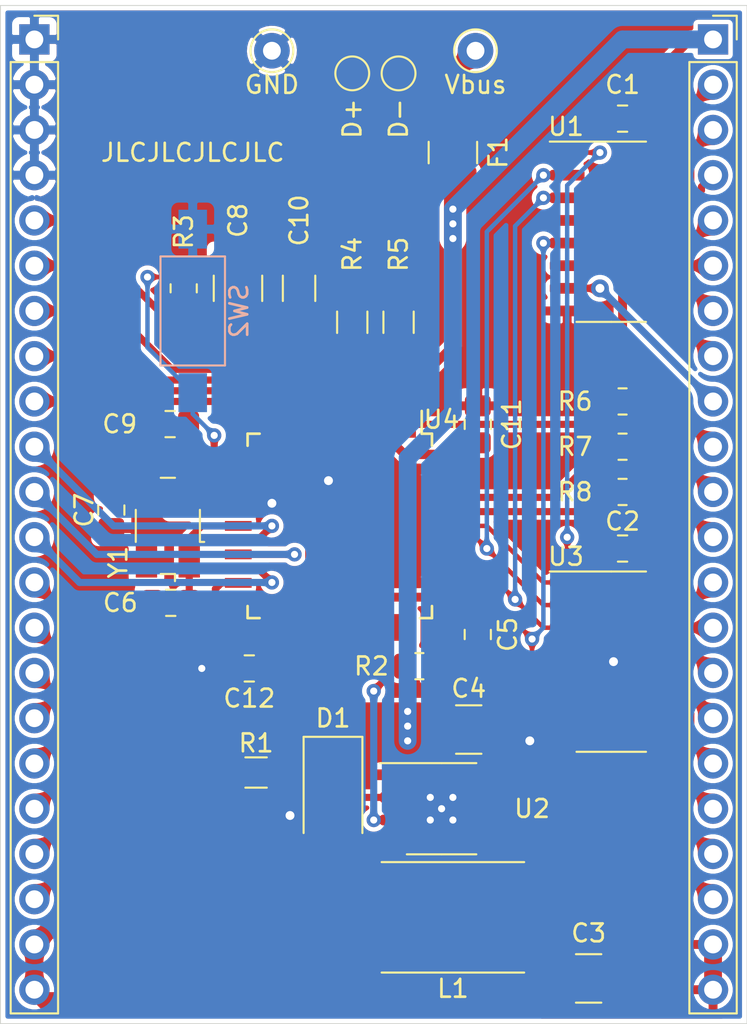
<source format=kicad_pcb>
(kicad_pcb (version 20171130) (host pcbnew "(5.1.7)-1")
  (layers (0 F.Cu signal) (31 B.Cu signal) (34 B.Paste user) (35 F.Paste user) (36 B.SilkS user) (37 F.SilkS user) (38 B.Mask user) (39 F.Mask user) (44 Edge.Cuts user))
  (net 0 "")
  (net 1 GNDD)
  (net 2 VBUS)
  (net 3 /XTAL1)
  (net 4 /XTAL2)
  (net 5 "Net-(C10-Pad1)")
  (net 6 "Net-(F1-Pad2)")
  (net 7 /D+)
  (net 8 /D-)
  (net 9 /RST)
  (net 10 /CAPS_LOCK)
  (net 11 /NUM_LOCK)
  (net 12 /SCROLL_LOCK)
  (net 13 /HWB)
  (net 14 /A3)
  (net 15 /A2)
  (net 16 /A1)
  (net 17 /A0)
  (net 18 /PWM)
  (net 19 "Net-(U4-Pad42)")
  (net 20 /_D+)
  (net 21 /_D-)
  (net 22 /16)
  (net 23 /15)
  (net 24 /14)
  (net 25 /13)
  (net 26 /12)
  (net 27 /11)
  (net 28 /10)
  (net 29 /9)
  (net 30 /8)
  (net 31 /7)
  (net 32 /6)
  (net 33 /5)
  (net 34 /4)
  (net 35 /3)
  (net 36 /2)
  (net 37 /1)
  (net 38 /LED_K)
  (net 39 /LED_A)
  (net 40 "Net-(D1-Pad2)")
  (net 41 "Net-(U4-Pad32)")
  (net 42 "Net-(J3-Pad20)")
  (net 43 "Net-(J3-Pad19)")
  (net 44 "Net-(J3-Pad18)")
  (net 45 "Net-(J3-Pad17)")
  (net 46 "Net-(J3-Pad16)")
  (net 47 "Net-(J3-Pad15)")
  (net 48 "Net-(J3-Pad14)")
  (net 49 "Net-(J3-Pad13)")
  (net 50 "Net-(J3-Pad9)")
  (net 51 "Net-(J3-Pad8)")
  (net 52 "Net-(J3-Pad7)")
  (net 53 "Net-(J3-Pad6)")
  (net 54 "Net-(J3-Pad5)")
  (net 55 "Net-(J3-Pad4)")
  (net 56 "Net-(J3-Pad3)")
  (net 57 "Net-(J3-Pad2)")
  (net 58 "Net-(R6-Pad1)")
  (net 59 "Net-(R7-Pad1)")
  (net 60 "Net-(R8-Pad1)")
  (module Capacitor_SMD:C_0805_2012Metric_Pad1.18x1.45mm_HandSolder (layer F.Cu) (at 204.47 81.915 180)
    (fp_text reference C2 (at 0 1.524) (layer F.SilkS))
    (fp_text value 100n)
    (pad 2 smd roundrect (at 1.0375 0 180) (size 1.175 1.45) (layers F.Cu F.Paste F.Mask) (roundrect_rratio 0.2127659574468085) (net 1 GNDD))
    (pad 1 smd roundrect (at -1.0375 0 180) (size 1.175 1.45) (layers F.Cu F.Paste F.Mask) (roundrect_rratio 0.2127659574468085) (net 2 VBUS))
  )
  (module Resistor_SMD:R_0805_2012Metric (layer F.Cu) (at 204.47 78.74)
    (fp_text reference R8 (at -2.667 0) (layer F.SilkS))
    (fp_text value 6k8)
    (pad 2 smd roundrect (at 0.9125 0) (size 1.025 1.4) (layers F.Cu F.Paste F.Mask) (roundrect_rratio 0.2439004878048781) (net 12 /SCROLL_LOCK))
    (pad 1 smd roundrect (at -0.9125 0) (size 1.025 1.4) (layers F.Cu F.Paste F.Mask) (roundrect_rratio 0.2439004878048781) (net 60 "Net-(R8-Pad1)"))
  )
  (module Resistor_SMD:R_0805_2012Metric (layer F.Cu) (at 204.47 76.2)
    (fp_text reference R7 (at -2.667 0) (layer F.SilkS))
    (fp_text value 6k8)
    (pad 2 smd roundrect (at 0.9125 0) (size 1.025 1.4) (layers F.Cu F.Paste F.Mask) (roundrect_rratio 0.2439004878048781) (net 11 /NUM_LOCK))
    (pad 1 smd roundrect (at -0.9125 0) (size 1.025 1.4) (layers F.Cu F.Paste F.Mask) (roundrect_rratio 0.2439004878048781) (net 59 "Net-(R7-Pad1)"))
  )
  (module Resistor_SMD:R_0805_2012Metric (layer F.Cu) (at 204.47 73.66)
    (fp_text reference R6 (at -2.667 0) (layer F.SilkS))
    (fp_text value 6k8)
    (pad 2 smd roundrect (at 0.9125 0) (size 1.025 1.4) (layers F.Cu F.Paste F.Mask) (roundrect_rratio 0.2439004878048781) (net 10 /CAPS_LOCK))
    (pad 1 smd roundrect (at -0.9125 0) (size 1.025 1.4) (layers F.Cu F.Paste F.Mask) (roundrect_rratio 0.2439004878048781) (net 58 "Net-(R6-Pad1)"))
  )
  (module Resistor_SMD:R_0805_2012Metric (layer F.Cu) (at 179.832 67.31 270)
    (fp_text reference R3 (at -3.175 0 90) (layer F.SilkS))
    (fp_text value 6k8)
    (pad 1 smd roundrect (at -0.9125 0 270) (size 1.025 1.4) (layers F.Cu F.Paste F.Mask) (roundrect_rratio 0.2439004878048781) (net 9 /RST))
    (pad 2 smd roundrect (at 0.9125 0 270) (size 1.025 1.4) (layers F.Cu F.Paste F.Mask) (roundrect_rratio 0.2439004878048781) (net 2 VBUS))
  )
  (module Resistor_SMD:R_0805_2012Metric (layer F.Cu) (at 193.0635 88.519 180)
    (fp_text reference R2 (at 2.6905 0) (layer F.SilkS))
    (fp_text value 6k8)
    (pad 2 smd roundrect (at 0.9125 0 180) (size 1.025 1.4) (layers F.Cu F.Paste F.Mask) (roundrect_rratio 0.2439004878048781) (net 13 /HWB))
    (pad 1 smd roundrect (at -0.9125 0 180) (size 1.025 1.4) (layers F.Cu F.Paste F.Mask) (roundrect_rratio 0.2439004878048781) (net 1 GNDD))
  )
  (module Connector_PinSocket_2.54mm:PinSocket_1x22_P2.54mm_Vertical (layer F.Cu) (at 209.55 53.34)
    (fp_text reference J3 hide)
    (fp_text value Conn_01x22_Female)
    (pad 22 thru_hole oval (at 0 53.34) (size 1.7 1.7) (drill 1) (layers *.Cu *.Mask) (net 38 /LED_K))
    (pad 21 thru_hole oval (at 0 50.8) (size 1.7 1.7) (drill 1) (layers *.Cu *.Mask) (net 38 /LED_K))
    (pad 20 thru_hole oval (at 0 48.26) (size 1.7 1.7) (drill 1) (layers *.Cu *.Mask) (net 42 "Net-(J3-Pad20)"))
    (pad 19 thru_hole oval (at 0 45.72) (size 1.7 1.7) (drill 1) (layers *.Cu *.Mask) (net 43 "Net-(J3-Pad19)"))
    (pad 18 thru_hole oval (at 0 43.18) (size 1.7 1.7) (drill 1) (layers *.Cu *.Mask) (net 44 "Net-(J3-Pad18)"))
    (pad 17 thru_hole oval (at 0 40.64) (size 1.7 1.7) (drill 1) (layers *.Cu *.Mask) (net 45 "Net-(J3-Pad17)"))
    (pad 16 thru_hole oval (at 0 38.1) (size 1.7 1.7) (drill 1) (layers *.Cu *.Mask) (net 46 "Net-(J3-Pad16)"))
    (pad 15 thru_hole oval (at 0 35.56) (size 1.7 1.7) (drill 1) (layers *.Cu *.Mask) (net 47 "Net-(J3-Pad15)"))
    (pad 14 thru_hole oval (at 0 33.02) (size 1.7 1.7) (drill 1) (layers *.Cu *.Mask) (net 48 "Net-(J3-Pad14)"))
    (pad 13 thru_hole oval (at 0 30.48) (size 1.7 1.7) (drill 1) (layers *.Cu *.Mask) (net 49 "Net-(J3-Pad13)"))
    (pad 12 thru_hole oval (at 0 27.94) (size 1.7 1.7) (drill 1) (layers *.Cu *.Mask) (net 12 /SCROLL_LOCK))
    (pad 11 thru_hole oval (at 0 25.4) (size 1.7 1.7) (drill 1) (layers *.Cu *.Mask) (net 11 /NUM_LOCK))
    (pad 10 thru_hole oval (at 0 22.86) (size 1.7 1.7) (drill 1) (layers *.Cu *.Mask) (net 10 /CAPS_LOCK))
    (pad 9 thru_hole oval (at 0 20.32) (size 1.7 1.7) (drill 1) (layers *.Cu *.Mask) (net 50 "Net-(J3-Pad9)"))
    (pad 8 thru_hole oval (at 0 17.78) (size 1.7 1.7) (drill 1) (layers *.Cu *.Mask) (net 51 "Net-(J3-Pad8)"))
    (pad 7 thru_hole oval (at 0 15.24) (size 1.7 1.7) (drill 1) (layers *.Cu *.Mask) (net 52 "Net-(J3-Pad7)"))
    (pad 6 thru_hole oval (at 0 12.7) (size 1.7 1.7) (drill 1) (layers *.Cu *.Mask) (net 53 "Net-(J3-Pad6)"))
    (pad 5 thru_hole oval (at 0 10.16) (size 1.7 1.7) (drill 1) (layers *.Cu *.Mask) (net 54 "Net-(J3-Pad5)"))
    (pad 4 thru_hole oval (at 0 7.62) (size 1.7 1.7) (drill 1) (layers *.Cu *.Mask) (net 55 "Net-(J3-Pad4)"))
    (pad 3 thru_hole oval (at 0 5.08) (size 1.7 1.7) (drill 1) (layers *.Cu *.Mask) (net 56 "Net-(J3-Pad3)"))
    (pad 2 thru_hole oval (at 0 2.54) (size 1.7 1.7) (drill 1) (layers *.Cu *.Mask) (net 57 "Net-(J3-Pad2)"))
    (pad 1 thru_hole rect (at 0 0) (size 1.7 1.7) (drill 1) (layers *.Cu *.Mask) (net 2 VBUS))
  )
  (module Connector_PinSocket_2.54mm:PinSocket_1x22_P2.54mm_Vertical (layer F.Cu) (at 171.45 53.34)
    (fp_text reference J1 hide)
    (fp_text value Conn_01x22_Female)
    (pad 22 thru_hole oval (at 0 53.34) (size 1.7 1.7) (drill 1) (layers *.Cu *.Mask) (net 39 /LED_A))
    (pad 21 thru_hole oval (at 0 50.8) (size 1.7 1.7) (drill 1) (layers *.Cu *.Mask) (net 39 /LED_A))
    (pad 20 thru_hole oval (at 0 48.26) (size 1.7 1.7) (drill 1) (layers *.Cu *.Mask) (net 22 /16))
    (pad 19 thru_hole oval (at 0 45.72) (size 1.7 1.7) (drill 1) (layers *.Cu *.Mask) (net 23 /15))
    (pad 18 thru_hole oval (at 0 43.18) (size 1.7 1.7) (drill 1) (layers *.Cu *.Mask) (net 24 /14))
    (pad 17 thru_hole oval (at 0 40.64) (size 1.7 1.7) (drill 1) (layers *.Cu *.Mask) (net 25 /13))
    (pad 16 thru_hole oval (at 0 38.1) (size 1.7 1.7) (drill 1) (layers *.Cu *.Mask) (net 26 /12))
    (pad 15 thru_hole oval (at 0 35.56) (size 1.7 1.7) (drill 1) (layers *.Cu *.Mask) (net 27 /11))
    (pad 14 thru_hole oval (at 0 33.02) (size 1.7 1.7) (drill 1) (layers *.Cu *.Mask) (net 28 /10))
    (pad 13 thru_hole oval (at 0 30.48) (size 1.7 1.7) (drill 1) (layers *.Cu *.Mask) (net 29 /9))
    (pad 12 thru_hole oval (at 0 27.94) (size 1.7 1.7) (drill 1) (layers *.Cu *.Mask) (net 30 /8))
    (pad 11 thru_hole oval (at 0 25.4) (size 1.7 1.7) (drill 1) (layers *.Cu *.Mask) (net 31 /7))
    (pad 10 thru_hole oval (at 0 22.86) (size 1.7 1.7) (drill 1) (layers *.Cu *.Mask) (net 32 /6))
    (pad 9 thru_hole oval (at 0 20.32) (size 1.7 1.7) (drill 1) (layers *.Cu *.Mask) (net 33 /5))
    (pad 8 thru_hole oval (at 0 17.78) (size 1.7 1.7) (drill 1) (layers *.Cu *.Mask) (net 34 /4))
    (pad 7 thru_hole oval (at 0 15.24) (size 1.7 1.7) (drill 1) (layers *.Cu *.Mask) (net 35 /3))
    (pad 6 thru_hole oval (at 0 12.7) (size 1.7 1.7) (drill 1) (layers *.Cu *.Mask) (net 36 /2))
    (pad 5 thru_hole oval (at 0 10.16) (size 1.7 1.7) (drill 1) (layers *.Cu *.Mask) (net 37 /1))
    (pad 4 thru_hole oval (at 0 7.62) (size 1.7 1.7) (drill 1) (layers *.Cu *.Mask) (net 1 GNDD))
    (pad 3 thru_hole oval (at 0 5.08) (size 1.7 1.7) (drill 1) (layers *.Cu *.Mask) (net 1 GNDD))
    (pad 2 thru_hole oval (at 0 2.54) (size 1.7 1.7) (drill 1) (layers *.Cu *.Mask) (net 1 GNDD))
    (pad 1 thru_hole rect (at 0 0) (size 1.7 1.7) (drill 1) (layers *.Cu *.Mask) (net 1 GNDD))
  )
  (module Resistor_SMD:R_MiniMELF_MMA-0204 (layer F.Cu) (at 183.896 94.488)
    (fp_text reference R1 (at 0 -1.65) (layer F.SilkS))
    (fp_text value 270m)
    (pad 2 smd rect (at 1.5 0) (size 1.5 1.8) (layers F.Cu F.Paste F.Mask) (net 2 VBUS))
    (pad 1 smd rect (at -1.5 0) (size 1.5 1.8) (layers F.Cu F.Paste F.Mask) (net 39 /LED_A))
  )
  (module Inductor_SMD:L_Taiyo-Yuden_NR-60xx_HandSoldering (layer F.Cu) (at 194.945 102.616 180)
    (fp_text reference L1 (at 0 -4 180) (layer F.SilkS))
    (fp_text value DJNR6045-680)
    (pad 2 smd rect (at 2.775 0 180) (size 2.45 5.9) (layers F.Cu F.Paste F.Mask) (net 40 "Net-(D1-Pad2)"))
    (pad 1 smd rect (at -2.775 0 180) (size 2.45 5.9) (layers F.Cu F.Paste F.Mask) (net 38 /LED_K))
  )
  (module Diode_SMD:D_SMA (layer F.Cu) (at 188.214 95.885 270)
    (fp_text reference D1 (at -4.445 0 180) (layer F.SilkS))
    (fp_text value B1100)
    (pad 2 smd rect (at 2 0 270) (size 2.5 1.8) (layers F.Cu F.Paste F.Mask) (net 40 "Net-(D1-Pad2)"))
    (pad 1 smd rect (at -2 0 270) (size 2.5 1.8) (layers F.Cu F.Paste F.Mask) (net 2 VBUS))
  )
  (module Capacitor_SMD:C_1210_3225Metric_Pad1.33x2.70mm_HandSolder (layer F.Cu) (at 202.565 106.045)
    (fp_text reference C3 (at 0 -2.54 180) (layer F.SilkS))
    (fp_text value 10u)
    (pad 2 smd roundrect (at 1.5625 0) (size 1.325 2.7) (layers F.Cu F.Paste F.Mask) (roundrect_rratio 0.1886777358490566) (net 38 /LED_K))
    (pad 1 smd roundrect (at -1.5625 0) (size 1.325 2.7) (layers F.Cu F.Paste F.Mask) (roundrect_rratio 0.1886777358490566) (net 39 /LED_A))
  )
  (module TestPoint:TestPoint_THTPad_D2.0mm_Drill1.0mm (layer F.Cu) (at 184.785 53.975)
    (fp_text reference GND (at 0 1.905) (layer F.SilkS))
    (fp_text value Conn_01x01)
    (pad 1 thru_hole circle (at 0 0) (size 2 2) (drill 1) (layers *.Cu *.Mask) (net 1 GNDD))
  )
  (module TestPoint:TestPoint_THTPad_D2.0mm_Drill1.0mm (layer F.Cu) (at 196.215 53.975)
    (fp_text reference Vbus (at 0 1.905) (layer F.SilkS))
    (fp_text value Conn_01x01)
    (pad 1 thru_hole circle (at 0 0) (size 2 2) (drill 1) (layers *.Cu *.Mask) (net 6 "Net-(F1-Pad2)"))
  )
  (module Package_SO:SOIC-16_3.9x9.9mm_P1.27mm (layer F.Cu) (at 203.835 88.265)
    (fp_text reference U3 (at -2.54 -5.9) (layer F.SilkS))
    (fp_text value 74AHC138)
    (pad 16 smd roundrect (at 2.475 -4.445) (size 1.95 0.6) (layers F.Cu F.Paste F.Mask) (net 2 VBUS))
    (pad 15 smd roundrect (at 2.475 -3.175) (size 1.95 0.6) (layers F.Cu F.Paste F.Mask) (net 49 "Net-(J3-Pad13)"))
    (pad 14 smd roundrect (at 2.475 -1.905) (size 1.95 0.6) (layers F.Cu F.Paste F.Mask) (net 48 "Net-(J3-Pad14)"))
    (pad 13 smd roundrect (at 2.475 -0.635) (size 1.95 0.6) (layers F.Cu F.Paste F.Mask) (net 47 "Net-(J3-Pad15)"))
    (pad 12 smd roundrect (at 2.475 0.635) (size 1.95 0.6) (layers F.Cu F.Paste F.Mask) (net 46 "Net-(J3-Pad16)"))
    (pad 11 smd roundrect (at 2.475 1.905) (size 1.95 0.6) (layers F.Cu F.Paste F.Mask) (net 45 "Net-(J3-Pad17)"))
    (pad 10 smd roundrect (at 2.475 3.175) (size 1.95 0.6) (layers F.Cu F.Paste F.Mask) (net 44 "Net-(J3-Pad18)"))
    (pad 9 smd roundrect (at 2.475 4.445) (size 1.95 0.6) (layers F.Cu F.Paste F.Mask) (net 43 "Net-(J3-Pad19)"))
    (pad 8 smd roundrect (at -2.475 4.445) (size 1.95 0.6) (layers F.Cu F.Paste F.Mask) (net 1 GNDD))
    (pad 7 smd roundrect (at -2.475 3.175) (size 1.95 0.6) (layers F.Cu F.Paste F.Mask) (net 42 "Net-(J3-Pad20)"))
    (pad 6 smd roundrect (at -2.475 1.905) (size 1.95 0.6) (layers F.Cu F.Paste F.Mask) (net 14 /A3))
    (pad 5 smd roundrect (at -2.475 0.635) (size 1.95 0.6) (layers F.Cu F.Paste F.Mask) (net 1 GNDD))
    (pad 4 smd roundrect (at -2.475 -0.635) (size 1.95 0.6) (layers F.Cu F.Paste F.Mask) (net 1 GNDD))
    (pad 3 smd roundrect (at -2.475 -1.905) (size 1.95 0.6) (layers F.Cu F.Paste F.Mask) (net 15 /A2))
    (pad 2 smd roundrect (at -2.475 -3.175) (size 1.95 0.6) (layers F.Cu F.Paste F.Mask) (net 16 /A1))
    (pad 1 smd roundrect (at -2.475 -4.445) (size 1.95 0.6) (layers F.Cu F.Paste F.Mask) (net 17 /A0))
  )
  (module TestPoint:TestPoint_Pad_D1.5mm (layer F.Cu) (at 189.294999 55.245)
    (fp_text reference D+ (at -0.001499 2.54 270) (layer F.SilkS))
    (fp_text value Conn_01x01)
    (pad 1 smd circle (at 0 0) (size 1.5 1.5) (layers F.Cu F.Mask) (net 7 /D+))
  )
  (module TestPoint:TestPoint_Pad_D1.5mm (layer F.Cu) (at 191.895001 55.245)
    (fp_text reference D- (at 0.001999 2.54 270) (layer F.SilkS))
    (fp_text value Conn_01x01)
    (pad 1 smd circle (at 0 0) (size 1.5 1.5) (layers F.Cu F.Mask) (net 8 /D-))
  )
  (module Capacitor_SMD:C_0805_2012Metric_Pad1.18x1.45mm_HandSolder (layer F.Cu) (at 183.515 88.646 180)
    (fp_text reference C12 (at 0 -1.68) (layer F.SilkS))
    (fp_text value 100n)
    (pad 2 smd roundrect (at 1.0375 0 180) (size 1.175 1.45) (layers F.Cu F.Paste F.Mask) (roundrect_rratio 0.2127659574468085) (net 1 GNDD))
    (pad 1 smd roundrect (at -1.0375 0 180) (size 1.175 1.45) (layers F.Cu F.Paste F.Mask) (roundrect_rratio 0.2127659574468085) (net 2 VBUS))
  )
  (module Capacitor_SMD:C_0805_2012Metric_Pad1.18x1.45mm_HandSolder (layer F.Cu) (at 196.342 74.945 90)
    (fp_text reference C11 (at 0 1.905 90) (layer F.SilkS))
    (fp_text value 100n)
    (pad 2 smd roundrect (at 1.0375 0 90) (size 1.175 1.45) (layers F.Cu F.Paste F.Mask) (roundrect_rratio 0.2127659574468085) (net 1 GNDD))
    (pad 1 smd roundrect (at -1.0375 0 90) (size 1.175 1.45) (layers F.Cu F.Paste F.Mask) (roundrect_rratio 0.2127659574468085) (net 2 VBUS))
  )
  (module Capacitor_SMD:C_0805_2012Metric_Pad1.18x1.45mm_HandSolder (layer F.Cu) (at 179.07 74.93 180)
    (fp_text reference C9 (at 2.8295 0) (layer F.SilkS))
    (fp_text value 100n)
    (pad 2 smd roundrect (at 1.0375 0 180) (size 1.175 1.45) (layers F.Cu F.Paste F.Mask) (roundrect_rratio 0.2127659574468085) (net 1 GNDD))
    (pad 1 smd roundrect (at -1.0375 0 180) (size 1.175 1.45) (layers F.Cu F.Paste F.Mask) (roundrect_rratio 0.2127659574468085) (net 2 VBUS))
  )
  (module Capacitor_SMD:C_0805_2012Metric_Pad1.18x1.45mm_HandSolder (layer F.Cu) (at 196.342 86.741 270)
    (fp_text reference C5 (at 0 -1.68 90) (layer F.SilkS))
    (fp_text value 100n)
    (pad 2 smd roundrect (at 1.0375 0 270) (size 1.175 1.45) (layers F.Cu F.Paste F.Mask) (roundrect_rratio 0.2127659574468085) (net 1 GNDD))
    (pad 1 smd roundrect (at -1.0375 0 270) (size 1.175 1.45) (layers F.Cu F.Paste F.Mask) (roundrect_rratio 0.2127659574468085) (net 2 VBUS))
  )
  (module Capacitor_SMD:C_0805_2012Metric_Pad1.18x1.45mm_HandSolder (layer F.Cu) (at 204.47 57.785 180)
    (fp_text reference C1 (at 0 1.905) (layer F.SilkS))
    (fp_text value 100n)
    (pad 2 smd roundrect (at 1.0375 0 180) (size 1.175 1.45) (layers F.Cu F.Paste F.Mask) (roundrect_rratio 0.2127659574468085) (net 1 GNDD))
    (pad 1 smd roundrect (at -1.0375 0 180) (size 1.175 1.45) (layers F.Cu F.Paste F.Mask) (roundrect_rratio 0.2127659574468085) (net 2 VBUS))
  )
  (module Crystal:Crystal_SMD_Abracon_ABM3B-4Pin_5.0x3.2mm (layer F.Cu) (at 178.943 80.645 90)
    (fp_text reference Y1 (at -2.032 -2.794 90) (layer F.SilkS))
    (fp_text value Crystal_GND24)
    (pad 4 smd rect (at -2 -1.2 90) (size 1.8 1.2) (layers F.Cu F.Paste F.Mask) (net 1 GNDD))
    (pad 3 smd rect (at 2 -1.2 90) (size 1.8 1.2) (layers F.Cu F.Paste F.Mask) (net 4 /XTAL2))
    (pad 2 smd rect (at 2 1.2 90) (size 1.8 1.2) (layers F.Cu F.Paste F.Mask) (net 1 GNDD))
    (pad 1 smd rect (at -2 1.2 90) (size 1.8 1.2) (layers F.Cu F.Paste F.Mask) (net 3 /XTAL1))
  )
  (module Package_QFP:TQFP-44_10x10mm_P0.8mm (layer F.Cu) (at 188.595 80.645 270)
    (fp_text reference U4 (at -5.969 -5.715 180) (layer F.SilkS))
    (fp_text value ATmega32U4-AU)
    (pad 1 smd rect (at -5.7 -4 270) (size 1.5 0.55) (layers F.Cu F.Paste F.Mask) (net 58 "Net-(R6-Pad1)"))
    (pad 2 smd rect (at -5.7 -3.2 270) (size 1.5 0.55) (layers F.Cu F.Paste F.Mask) (net 2 VBUS))
    (pad 3 smd rect (at -5.7 -2.4 270) (size 1.5 0.55) (layers F.Cu F.Paste F.Mask) (net 21 /_D-))
    (pad 4 smd rect (at -5.7 -1.6 270) (size 1.5 0.55) (layers F.Cu F.Paste F.Mask) (net 20 /_D+))
    (pad 5 smd rect (at -5.7 -0.8 270) (size 1.5 0.55) (layers F.Cu F.Paste F.Mask) (net 1 GNDD))
    (pad 6 smd rect (at -5.7 0 270) (size 1.5 0.55) (layers F.Cu F.Paste F.Mask) (net 5 "Net-(C10-Pad1)"))
    (pad 7 smd rect (at -5.7 0.8 270) (size 1.5 0.55) (layers F.Cu F.Paste F.Mask) (net 2 VBUS))
    (pad 8 smd rect (at -5.7 1.6 270) (size 1.5 0.55) (layers F.Cu F.Paste F.Mask) (net 37 /1))
    (pad 9 smd rect (at -5.7 2.4 270) (size 1.5 0.55) (layers F.Cu F.Paste F.Mask) (net 36 /2))
    (pad 10 smd rect (at -5.7 3.2 270) (size 1.5 0.55) (layers F.Cu F.Paste F.Mask) (net 35 /3))
    (pad 11 smd rect (at -5.7 4 270) (size 1.5 0.55) (layers F.Cu F.Paste F.Mask) (net 34 /4))
    (pad 12 smd rect (at -4 5.7) (size 1.5 0.55) (layers F.Cu F.Paste F.Mask) (net 33 /5))
    (pad 13 smd rect (at -3.2 5.7) (size 1.5 0.55) (layers F.Cu F.Paste F.Mask) (net 9 /RST))
    (pad 14 smd rect (at -2.4 5.7) (size 1.5 0.55) (layers F.Cu F.Paste F.Mask) (net 2 VBUS))
    (pad 15 smd rect (at -1.6 5.7) (size 1.5 0.55) (layers F.Cu F.Paste F.Mask) (net 1 GNDD))
    (pad 16 smd rect (at -0.8 5.7) (size 1.5 0.55) (layers F.Cu F.Paste F.Mask) (net 4 /XTAL2))
    (pad 17 smd rect (at 0 5.7) (size 1.5 0.55) (layers F.Cu F.Paste F.Mask) (net 3 /XTAL1))
    (pad 18 smd rect (at 0.8 5.7) (size 1.5 0.55) (layers F.Cu F.Paste F.Mask) (net 32 /6))
    (pad 19 smd rect (at 1.6 5.7) (size 1.5 0.55) (layers F.Cu F.Paste F.Mask) (net 31 /7))
    (pad 20 smd rect (at 2.4 5.7) (size 1.5 0.55) (layers F.Cu F.Paste F.Mask) (net 30 /8))
    (pad 21 smd rect (at 3.2 5.7) (size 1.5 0.55) (layers F.Cu F.Paste F.Mask) (net 29 /9))
    (pad 22 smd rect (at 4 5.7) (size 1.5 0.55) (layers F.Cu F.Paste F.Mask) (net 28 /10))
    (pad 23 smd rect (at 5.7 4 270) (size 1.5 0.55) (layers F.Cu F.Paste F.Mask) (net 1 GNDD))
    (pad 24 smd rect (at 5.7 3.2 270) (size 1.5 0.55) (layers F.Cu F.Paste F.Mask) (net 2 VBUS))
    (pad 25 smd rect (at 5.7 2.4 270) (size 1.5 0.55) (layers F.Cu F.Paste F.Mask) (net 27 /11))
    (pad 26 smd rect (at 5.7 1.6 270) (size 1.5 0.55) (layers F.Cu F.Paste F.Mask) (net 26 /12))
    (pad 27 smd rect (at 5.7 0.8 270) (size 1.5 0.55) (layers F.Cu F.Paste F.Mask) (net 25 /13))
    (pad 28 smd rect (at 5.7 0 270) (size 1.5 0.55) (layers F.Cu F.Paste F.Mask) (net 24 /14))
    (pad 29 smd rect (at 5.7 -0.8 270) (size 1.5 0.55) (layers F.Cu F.Paste F.Mask) (net 23 /15))
    (pad 30 smd rect (at 5.7 -1.6 270) (size 1.5 0.55) (layers F.Cu F.Paste F.Mask) (net 22 /16))
    (pad 31 smd rect (at 5.7 -2.4 270) (size 1.5 0.55) (layers F.Cu F.Paste F.Mask) (net 18 /PWM))
    (pad 32 smd rect (at 5.7 -3.2 270) (size 1.5 0.55) (layers F.Cu F.Paste F.Mask) (net 41 "Net-(U4-Pad32)"))
    (pad 33 smd rect (at 5.7 -4 270) (size 1.5 0.55) (layers F.Cu F.Paste F.Mask) (net 13 /HWB))
    (pad 34 smd rect (at 4 -5.7) (size 1.5 0.55) (layers F.Cu F.Paste F.Mask) (net 2 VBUS))
    (pad 35 smd rect (at 3.2 -5.7) (size 1.5 0.55) (layers F.Cu F.Paste F.Mask) (net 1 GNDD))
    (pad 36 smd rect (at 2.4 -5.7) (size 1.5 0.55) (layers F.Cu F.Paste F.Mask) (net 14 /A3))
    (pad 37 smd rect (at 1.6 -5.7) (size 1.5 0.55) (layers F.Cu F.Paste F.Mask) (net 15 /A2))
    (pad 38 smd rect (at 0.8 -5.7) (size 1.5 0.55) (layers F.Cu F.Paste F.Mask) (net 16 /A1))
    (pad 39 smd rect (at 0 -5.7) (size 1.5 0.55) (layers F.Cu F.Paste F.Mask) (net 17 /A0))
    (pad 40 smd rect (at -0.8 -5.7) (size 1.5 0.55) (layers F.Cu F.Paste F.Mask) (net 60 "Net-(R8-Pad1)"))
    (pad 41 smd rect (at -1.6 -5.7) (size 1.5 0.55) (layers F.Cu F.Paste F.Mask) (net 59 "Net-(R7-Pad1)"))
    (pad 42 smd rect (at -2.4 -5.7) (size 1.5 0.55) (layers F.Cu F.Paste F.Mask) (net 19 "Net-(U4-Pad42)"))
    (pad 43 smd rect (at -3.2 -5.7) (size 1.5 0.55) (layers F.Cu F.Paste F.Mask) (net 1 GNDD))
    (pad 44 smd rect (at -4 -5.7) (size 1.5 0.55) (layers F.Cu F.Paste F.Mask) (net 2 VBUS))
  )
  (module Package_SO:SOIC-16_3.9x9.9mm_P1.27mm (layer F.Cu) (at 203.835 64.135)
    (fp_text reference U1 (at -2.54 -5.9) (layer F.SilkS))
    (fp_text value 74AHC138)
    (pad 16 smd roundrect (at 2.475 -4.445) (size 1.95 0.6) (layers F.Cu F.Paste F.Mask) (net 2 VBUS))
    (pad 15 smd roundrect (at 2.475 -3.175) (size 1.95 0.6) (layers F.Cu F.Paste F.Mask) (net 57 "Net-(J3-Pad2)"))
    (pad 14 smd roundrect (at 2.475 -1.905) (size 1.95 0.6) (layers F.Cu F.Paste F.Mask) (net 56 "Net-(J3-Pad3)"))
    (pad 13 smd roundrect (at 2.475 -0.635) (size 1.95 0.6) (layers F.Cu F.Paste F.Mask) (net 55 "Net-(J3-Pad4)"))
    (pad 12 smd roundrect (at 2.475 0.635) (size 1.95 0.6) (layers F.Cu F.Paste F.Mask) (net 54 "Net-(J3-Pad5)"))
    (pad 11 smd roundrect (at 2.475 1.905) (size 1.95 0.6) (layers F.Cu F.Paste F.Mask) (net 53 "Net-(J3-Pad6)"))
    (pad 10 smd roundrect (at 2.475 3.175) (size 1.95 0.6) (layers F.Cu F.Paste F.Mask) (net 52 "Net-(J3-Pad7)"))
    (pad 9 smd roundrect (at 2.475 4.445) (size 1.95 0.6) (layers F.Cu F.Paste F.Mask) (net 51 "Net-(J3-Pad8)"))
    (pad 8 smd roundrect (at -2.475 4.445) (size 1.95 0.6) (layers F.Cu F.Paste F.Mask) (net 1 GNDD))
    (pad 7 smd roundrect (at -2.475 3.175) (size 1.95 0.6) (layers F.Cu F.Paste F.Mask) (net 50 "Net-(J3-Pad9)"))
    (pad 6 smd roundrect (at -2.475 1.905) (size 1.95 0.6) (layers F.Cu F.Paste F.Mask) (net 2 VBUS))
    (pad 5 smd roundrect (at -2.475 0.635) (size 1.95 0.6) (layers F.Cu F.Paste F.Mask) (net 14 /A3))
    (pad 4 smd roundrect (at -2.475 -0.635) (size 1.95 0.6) (layers F.Cu F.Paste F.Mask) (net 1 GNDD))
    (pad 3 smd roundrect (at -2.475 -1.905) (size 1.95 0.6) (layers F.Cu F.Paste F.Mask) (net 15 /A2))
    (pad 2 smd roundrect (at -2.475 -3.175) (size 1.95 0.6) (layers F.Cu F.Paste F.Mask) (net 16 /A1))
    (pad 1 smd roundrect (at -2.475 -4.445) (size 1.95 0.6) (layers F.Cu F.Paste F.Mask) (net 17 /A0))
  )
  (module Resistor_SMD:R_MiniMELF_MMA-0204 (layer F.Cu) (at 191.895001 69.215 90)
    (fp_text reference R5 (at 3.81 0 90) (layer F.SilkS))
    (fp_text value 22R)
    (pad 2 smd rect (at 1.5 0 90) (size 1.5 1.8) (layers F.Cu F.Paste F.Mask) (net 8 /D-))
    (pad 1 smd rect (at -1.5 0 90) (size 1.5 1.8) (layers F.Cu F.Paste F.Mask) (net 21 /_D-))
  )
  (module Resistor_SMD:R_MiniMELF_MMA-0204 (layer F.Cu) (at 189.294999 69.215 90)
    (fp_text reference R4 (at 3.81 0 90) (layer F.SilkS))
    (fp_text value 22R)
    (pad 2 smd rect (at 1.5 0 90) (size 1.5 1.8) (layers F.Cu F.Paste F.Mask) (net 7 /D+))
    (pad 1 smd rect (at -1.5 0 90) (size 1.5 1.8) (layers F.Cu F.Paste F.Mask) (net 20 /_D+))
  )
  (module Fuse:Fuse_1210_3225Metric_Pad1.42x2.65mm_HandSolder (layer F.Cu) (at 194.945 59.69 90)
    (fp_text reference F1 (at 0 2.54 90) (layer F.SilkS))
    (fp_text value 500m)
    (pad 2 smd roundrect (at 1.4875 0 90) (size 1.425 2.65) (layers F.Cu F.Paste F.Mask) (roundrect_rratio 0.1754385964912281) (net 6 "Net-(F1-Pad2)"))
    (pad 1 smd roundrect (at -1.4875 0 90) (size 1.425 2.65) (layers F.Cu F.Paste F.Mask) (roundrect_rratio 0.1754385964912281) (net 2 VBUS))
  )
  (module Capacitor_SMD:C_1206_3216Metric_Pad1.33x1.80mm_HandSolder (layer F.Cu) (at 186.309 67.31 90)
    (fp_text reference C10 (at 3.81 0 270) (layer F.SilkS))
    (fp_text value 1u)
    (pad 1 smd roundrect (at -1.5625 0 90) (size 1.325 1.8) (layers F.Cu F.Paste F.Mask) (roundrect_rratio 0.1886777358490566) (net 5 "Net-(C10-Pad1)"))
    (pad 2 smd roundrect (at 1.5625 0 90) (size 1.325 1.8) (layers F.Cu F.Paste F.Mask) (roundrect_rratio 0.1886777358490566) (net 1 GNDD))
  )
  (module Capacitor_SMD:C_1210_3225Metric_Pad1.33x2.70mm_HandSolder (layer F.Cu) (at 182.88 67.31 90)
    (fp_text reference C8 (at 3.81 0 90) (layer F.SilkS))
    (fp_text value 10u)
    (pad 2 smd roundrect (at 1.5625 0 90) (size 1.325 2.7) (layers F.Cu F.Paste F.Mask) (roundrect_rratio 0.1886777358490566) (net 1 GNDD))
    (pad 1 smd roundrect (at -1.5625 0 90) (size 1.325 2.7) (layers F.Cu F.Paste F.Mask) (roundrect_rratio 0.1886777358490566) (net 2 VBUS))
  )
  (module Capacitor_SMD:C_0805_2012Metric_Pad1.18x1.45mm_HandSolder (layer F.Cu) (at 175.768 79.756 90)
    (fp_text reference C7 (at 0 -1.524 90) (layer F.SilkS))
    (fp_text value 10p)
    (pad 1 smd roundrect (at -1.0375 0 90) (size 1.175 1.45) (layers F.Cu F.Paste F.Mask) (roundrect_rratio 0.2127659574468085) (net 1 GNDD))
    (pad 2 smd roundrect (at 1.0375 0 90) (size 1.175 1.45) (layers F.Cu F.Paste F.Mask) (roundrect_rratio 0.2127659574468085) (net 4 /XTAL2))
  )
  (module Capacitor_SMD:C_0805_2012Metric_Pad1.18x1.45mm_HandSolder (layer F.Cu) (at 179.1055 84.963 180)
    (fp_text reference C6 (at 2.8295 0) (layer F.SilkS))
    (fp_text value 10p)
    (pad 2 smd roundrect (at 1.0375 0 180) (size 1.175 1.45) (layers F.Cu F.Paste F.Mask) (roundrect_rratio 0.2127659574468085) (net 1 GNDD))
    (pad 1 smd roundrect (at -1.0375 0 180) (size 1.175 1.45) (layers F.Cu F.Paste F.Mask) (roundrect_rratio 0.2127659574468085) (net 3 /XTAL1))
  )
  (module Package_SO:HSOP-8-1EP_3.9x4.9mm_P1.27mm_EP2.3x2.3mm (layer F.Cu) (at 194.31 96.52)
    (fp_text reference U2 (at 5.08 0 180) (layer F.SilkS))
    (fp_text value SCT2932)
    (pad 9 smd rect (at 0 0) (size 2.3 2.3) (layers F.Cu F.Mask) (net 1 GNDD))
    (pad 8 smd roundrect (at 2.475 -1.905) (size 1.95 0.6) (layers F.Cu F.Paste F.Mask))
    (pad 7 smd roundrect (at 2.475 -0.635) (size 1.95 0.6) (layers F.Cu F.Paste F.Mask))
    (pad 6 smd roundrect (at 2.475 0.635) (size 1.95 0.6) (layers F.Cu F.Paste F.Mask) (net 1 GNDD))
    (pad 5 smd roundrect (at 2.475 1.905) (size 1.95 0.6) (layers F.Cu F.Paste F.Mask) (net 1 GNDD))
    (pad 4 smd roundrect (at -2.475 1.905) (size 1.95 0.6) (layers F.Cu F.Paste F.Mask) (net 40 "Net-(D1-Pad2)"))
    (pad 3 smd roundrect (at -2.475 0.635) (size 1.95 0.6) (layers F.Cu F.Paste F.Mask) (net 18 /PWM))
    (pad 2 smd roundrect (at -2.475 -0.635) (size 1.95 0.6) (layers F.Cu F.Paste F.Mask) (net 39 /LED_A))
    (pad 1 smd roundrect (at -2.475 -1.905) (size 1.95 0.6) (layers F.Cu F.Paste F.Mask) (net 2 VBUS))
  )
  (module Capacitor_SMD:C_1210_3225Metric_Pad1.33x2.70mm_HandSolder (layer F.Cu) (at 195.834 92.075)
    (fp_text reference C4 (at 0 -2.3) (layer F.SilkS))
    (fp_text value 10u)
    (pad 2 smd roundrect (at 1.5625 0) (size 1.325 2.7) (layers F.Cu F.Paste F.Mask) (roundrect_rratio 0.1886777358490566) (net 1 GNDD))
    (pad 1 smd roundrect (at -1.5625 0) (size 1.325 2.7) (layers F.Cu F.Paste F.Mask) (roundrect_rratio 0.1886777358490566) (net 2 VBUS))
  )
  (module Button_Switch_SMD:SW_SPST_FSMSM (layer B.Cu) (at 180.34 68.58 90)
    (fp_text reference SW2 (at 0 2.6 270) (layer B.SilkS) (effects (justify mirror)))
    (fp_text value SW_Push)
    (pad 2 smd rect (at 4.59 0 90) (size 2.18 1.6) (layers B.Cu B.Paste B.Mask) (net 1 GNDD))
    (pad 1 smd rect (at -4.59 0 90) (size 2.18 1.6) (layers B.Cu B.Paste B.Mask) (net 9 /RST))
  )
  (gr_text JLCJLCJLCJLC (at 180.34 59.69) (layer F.SilkS) (effects (font (size 1 1))))
  (gr_line (start 169.545 51.435) (end 211.455 51.435) (layer Edge.Cuts) (width 0.05))
  (gr_line (start 169.545 108.585) (end 169.545 51.435) (layer Edge.Cuts) (width 0.05))
  (gr_line (start 211.455 108.585) (end 169.545 108.585) (layer Edge.Cuts) (width 0.05))
  (gr_line (start 211.455 51.435) (end 211.455 108.585) (layer Edge.Cuts) (width 0.05))
  (via (at 193.675 95.885) (size 0.8) (drill 0.4) (layers F.Cu B.Cu) (net 1))
  (via (at 194.945 97.155) (size 0.8) (drill 0.4) (layers F.Cu B.Cu) (net 1))
  (via (at 193.675 97.155) (size 0.8) (drill 0.4) (layers F.Cu B.Cu) (net 1))
  (via (at 194.31 96.52) (size 0.8) (drill 0.4) (layers F.Cu B.Cu) (net 1))
  (via (at 194.945 95.885) (size 0.8) (drill 0.4) (layers F.Cu B.Cu) (net 1))
  (segment (start 194.945 97.155) (end 194.31 96.52) (width 0.5) (layer F.Cu) (net 1))
  (segment (start 196.785 97.155) (end 194.945 97.155) (width 0.5) (layer F.Cu) (net 1))
  (via (at 180.848 88.646) (size 1) (drill 0.4) (layers F.Cu B.Cu) (net 1))
  (via (at 184.785 79.375) (size 1.1) (drill 0.5) (layers F.Cu B.Cu) (net 1))
  (via (at 187.96 78.105) (size 1.1) (drill 0.5) (layers F.Cu B.Cu) (net 1))
  (via (at 185.801 96.901) (size 1.1) (drill 0.5) (layers F.Cu B.Cu) (net 1))
  (via (at 203.962 88.265) (size 1.1) (drill 0.5) (layers F.Cu B.Cu) (net 1))
  (via (at 199.263 92.71) (size 1.1) (drill 0.5) (layers F.Cu B.Cu) (net 1))
  (segment (start 191.795 75.980002) (end 191.795 74.945) (width 0.5) (layer F.Cu) (net 2))
  (segment (start 191.630001 76.145001) (end 191.795 75.980002) (width 0.5) (layer F.Cu) (net 2))
  (segment (start 187.959999 76.145001) (end 191.630001 76.145001) (width 0.5) (layer F.Cu) (net 2))
  (segment (start 187.795 75.980002) (end 187.959999 76.145001) (width 0.5) (layer F.Cu) (net 2))
  (segment (start 187.795 74.945) (end 187.795 75.980002) (width 0.5) (layer F.Cu) (net 2))
  (segment (start 192.245 76.645) (end 194.295 76.645) (width 0.5) (layer F.Cu) (net 2))
  (segment (start 191.795 76.195) (end 192.245 76.645) (width 0.5) (layer F.Cu) (net 2))
  (segment (start 191.795 74.945) (end 191.795 76.195) (width 0.5) (layer F.Cu) (net 2))
  (segment (start 185.395 85.309998) (end 185.395 86.345) (width 0.5) (layer F.Cu) (net 2))
  (segment (start 186.059998 84.645) (end 185.395 85.309998) (width 0.5) (layer F.Cu) (net 2))
  (segment (start 194.295 84.645) (end 186.059998 84.645) (width 0.5) (layer F.Cu) (net 2))
  (segment (start 186.905001 83.799997) (end 186.059998 84.645) (width 0.5) (layer F.Cu) (net 2))
  (segment (start 186.905001 79.405001) (end 186.905001 83.799997) (width 0.5) (layer F.Cu) (net 2))
  (segment (start 185.745 78.245) (end 186.905001 79.405001) (width 0.5) (layer F.Cu) (net 2))
  (segment (start 205.335 59.69) (end 204.47 60.555) (width 0.5) (layer F.Cu) (net 2))
  (segment (start 206.31 59.69) (end 205.335 59.69) (width 0.5) (layer F.Cu) (net 2))
  (segment (start 201.36 66.04) (end 204.47 66.04) (width 0.5) (layer F.Cu) (net 2))
  (segment (start 204.47 60.555) (end 204.47 66.04) (width 0.5) (layer F.Cu) (net 2))
  (segment (start 185.395 87.8035) (end 184.5525 88.646) (width 0.5) (layer F.Cu) (net 2))
  (segment (start 185.395 86.345) (end 185.395 87.8035) (width 0.5) (layer F.Cu) (net 2))
  (segment (start 195.2835 84.645) (end 196.342 85.7035) (width 0.5) (layer F.Cu) (net 2))
  (segment (start 194.295 84.645) (end 195.2835 84.645) (width 0.5) (layer F.Cu) (net 2))
  (segment (start 195.7915 76.645) (end 196.342 76.0945) (width 0.5) (layer F.Cu) (net 2))
  (segment (start 194.295 76.645) (end 195.7915 76.645) (width 0.5) (layer F.Cu) (net 2))
  (via (at 194.945 63.6905) (size 0.8) (drill 0.4) (layers F.Cu B.Cu) (net 2))
  (via (at 194.945 64.516) (size 0.8) (drill 0.4) (layers F.Cu B.Cu) (net 2))
  (via (at 192.405 91.8845) (size 0.8) (drill 0.4) (layers F.Cu B.Cu) (net 2))
  (via (at 192.405 91.059) (size 0.8) (drill 0.4) (layers F.Cu B.Cu) (net 2))
  (via (at 192.405 92.71) (size 0.8) (drill 0.4) (layers F.Cu B.Cu) (net 2))
  (segment (start 192.405 92.71) (end 192.405 91.059) (width 1) (layer B.Cu) (net 2))
  (via (at 194.945 62.865) (size 0.8) (drill 0.4) (layers F.Cu B.Cu) (net 2))
  (segment (start 192.405 91.059) (end 192.405 76.835) (width 1) (layer B.Cu) (net 2))
  (segment (start 192.405 76.835) (end 194.945 74.295) (width 1) (layer B.Cu) (net 2))
  (segment (start 194.945 74.295) (end 194.945 62.865) (width 1) (layer B.Cu) (net 2))
  (segment (start 191.795 73.695) (end 194.945 70.545) (width 0.5) (layer F.Cu) (net 2))
  (segment (start 191.795 74.945) (end 191.795 73.695) (width 0.5) (layer F.Cu) (net 2))
  (segment (start 194.945 62.865) (end 194.945 64.516) (width 1) (layer F.Cu) (net 2))
  (segment (start 194.945 70.545) (end 194.945 64.516) (width 0.5) (layer F.Cu) (net 2))
  (segment (start 206.31 82.7175) (end 205.5075 81.915) (width 0.5) (layer F.Cu) (net 2))
  (segment (start 206.31 83.82) (end 206.31 82.7175) (width 0.5) (layer F.Cu) (net 2))
  (segment (start 204.47 80.8775) (end 205.5075 81.915) (width 0.5) (layer F.Cu) (net 2))
  (segment (start 204.47 80.01) (end 204.47 80.8775) (width 0.5) (layer F.Cu) (net 2))
  (segment (start 204.47 66.04) (end 204.47 72.39) (width 0.5) (layer F.Cu) (net 2))
  (segment (start 204.47 72.39) (end 204.47 80.01) (width 0.4) (layer F.Cu) (net 2))
  (segment (start 204.47 53.34) (end 209.55 53.34) (width 1) (layer B.Cu) (net 2))
  (segment (start 194.945 62.865) (end 204.47 53.34) (width 1) (layer B.Cu) (net 2))
  (segment (start 209.55 53.34) (end 208.28 53.34) (width 0.5) (layer F.Cu) (net 2))
  (segment (start 205.5075 56.1125) (end 205.5075 57.785) (width 0.5) (layer F.Cu) (net 2))
  (segment (start 208.28 53.34) (end 205.5075 56.1125) (width 0.5) (layer F.Cu) (net 2))
  (segment (start 205.5075 59.5175) (end 205.335 59.69) (width 0.5) (layer F.Cu) (net 2))
  (segment (start 205.5075 57.785) (end 205.5075 59.5175) (width 0.5) (layer F.Cu) (net 2))
  (segment (start 180.1075 76.460208) (end 180.1075 74.93) (width 0.5) (layer F.Cu) (net 2))
  (segment (start 181.892292 78.245) (end 180.1075 76.460208) (width 0.5) (layer F.Cu) (net 2))
  (segment (start 182.895 78.245) (end 181.892292 78.245) (width 0.5) (layer F.Cu) (net 2))
  (segment (start 194.945 61.1775) (end 194.945 62.865) (width 1) (layer F.Cu) (net 2))
  (segment (start 187.795 73.783662) (end 187.795 74.945) (width 0.5) (layer F.Cu) (net 2))
  (segment (start 187.795 73.783662) (end 184.496338 70.485) (width 0.5) (layer F.Cu) (net 2))
  (segment (start 184.4925 70.485) (end 182.88 68.8725) (width 0.5) (layer F.Cu) (net 2))
  (segment (start 184.496338 70.485) (end 184.4925 70.485) (width 0.5) (layer F.Cu) (net 2))
  (segment (start 180.482 68.8725) (end 179.832 68.2225) (width 0.25) (layer F.Cu) (net 2))
  (segment (start 182.88 68.8725) (end 180.482 68.8725) (width 0.25) (layer F.Cu) (net 2))
  (segment (start 187.795 75.980002) (end 187.575002 76.2) (width 0.5) (layer F.Cu) (net 2))
  (segment (start 187.575002 76.2) (end 184.785 76.2) (width 0.5) (layer F.Cu) (net 2))
  (segment (start 184.785 76.2) (end 184.15 76.835) (width 0.5) (layer F.Cu) (net 2))
  (segment (start 184.15 78.105) (end 184.01 78.245) (width 0.5) (layer F.Cu) (net 2))
  (segment (start 184.15 76.835) (end 184.15 78.105) (width 0.5) (layer F.Cu) (net 2))
  (segment (start 184.01 78.245) (end 182.895 78.245) (width 0.5) (layer F.Cu) (net 2))
  (segment (start 185.745 78.245) (end 184.01 78.245) (width 0.5) (layer F.Cu) (net 2))
  (segment (start 180.843 80.645) (end 180.143 81.345) (width 0.4) (layer F.Cu) (net 3))
  (segment (start 180.143 81.345) (end 180.143 84.963) (width 0.4) (layer F.Cu) (net 3))
  (segment (start 182.895 80.645) (end 180.843 80.645) (width 0.4) (layer F.Cu) (net 3))
  (segment (start 182.869999 79.870001) (end 182.895 79.845) (width 0.25) (layer F.Cu) (net 4))
  (segment (start 177.6695 78.7185) (end 177.743 78.645) (width 0.4) (layer F.Cu) (net 4))
  (segment (start 175.768 78.7185) (end 177.6695 78.7185) (width 0.4) (layer F.Cu) (net 4))
  (segment (start 179.043001 79.945001) (end 177.743 78.645) (width 0.4) (layer F.Cu) (net 4))
  (segment (start 181.849997 79.945001) (end 179.043001 79.945001) (width 0.4) (layer F.Cu) (net 4))
  (segment (start 181.949998 79.845) (end 181.849997 79.945001) (width 0.4) (layer F.Cu) (net 4))
  (segment (start 182.895 79.845) (end 181.949998 79.845) (width 0.4) (layer F.Cu) (net 4))
  (segment (start 188.595 74.945) (end 188.595 73.5937) (width 0.5) (layer F.Cu) (net 5))
  (segment (start 186.309 71.3077) (end 186.309 68.8725) (width 0.5) (layer F.Cu) (net 5))
  (segment (start 188.595 73.5937) (end 186.309 71.3077) (width 0.5) (layer F.Cu) (net 5))
  (segment (start 194.945 55.245) (end 196.215 53.975) (width 1) (layer F.Cu) (net 6))
  (segment (start 194.945 58.2025) (end 194.945 55.245) (width 1) (layer F.Cu) (net 6))
  (segment (start 189.294999 66.364999) (end 189.294999 67.715) (width 0.2032) (layer F.Cu) (net 7))
  (segment (start 190.20765 65.452348) (end 189.294999 66.364999) (width 0.2032) (layer F.Cu) (net 7))
  (segment (start 190.20765 56.157651) (end 190.20765 65.452348) (width 0.2032) (layer F.Cu) (net 7))
  (segment (start 189.294999 55.245) (end 190.20765 56.157651) (width 0.2032) (layer F.Cu) (net 7))
  (segment (start 190.98235 65.452348) (end 191.895001 66.364999) (width 0.2032) (layer F.Cu) (net 8))
  (segment (start 190.98235 56.157651) (end 190.98235 65.452348) (width 0.2032) (layer F.Cu) (net 8))
  (segment (start 191.895001 55.245) (end 190.98235 56.157651) (width 0.2032) (layer F.Cu) (net 8))
  (segment (start 191.895001 66.364999) (end 191.895001 67.715) (width 0.2032) (layer F.Cu) (net 8))
  (segment (start 182.011544 77.445) (end 182.895 77.445) (width 0.4) (layer F.Cu) (net 9))
  (segment (start 181.544998 76.978454) (end 182.011544 77.445) (width 0.4) (layer F.Cu) (net 9))
  (segment (start 181.544998 75.565) (end 181.544998 76.978454) (width 0.4) (layer F.Cu) (net 9))
  (via (at 181.544998 75.565) (size 0.8) (drill 0.4) (layers F.Cu B.Cu) (net 9))
  (segment (start 180.34 74.360002) (end 181.544998 75.565) (width 0.25) (layer B.Cu) (net 9))
  (segment (start 180.34 73.17) (end 180.34 74.360002) (width 0.25) (layer B.Cu) (net 9))
  (via (at 177.8 66.675) (size 0.8) (drill 0.4) (layers F.Cu B.Cu) (net 9))
  (segment (start 179.5545 66.675) (end 179.832 66.3975) (width 0.25) (layer F.Cu) (net 9))
  (segment (start 177.8 66.675) (end 179.5545 66.675) (width 0.25) (layer F.Cu) (net 9))
  (segment (start 177.8 70.63) (end 180.34 73.17) (width 0.25) (layer B.Cu) (net 9))
  (segment (start 177.8 66.675) (end 177.8 70.63) (width 0.25) (layer B.Cu) (net 9))
  (segment (start 207.01 73.66) (end 209.55 76.2) (width 0.4) (layer F.Cu) (net 10))
  (segment (start 205.3825 73.66) (end 207.01 73.66) (width 0.4) (layer F.Cu) (net 10))
  (segment (start 207.01 76.2) (end 209.55 78.74) (width 0.4) (layer F.Cu) (net 11))
  (segment (start 205.3825 76.2) (end 207.01 76.2) (width 0.4) (layer F.Cu) (net 11))
  (segment (start 207.01 78.74) (end 209.55 81.28) (width 0.4) (layer F.Cu) (net 12))
  (segment (start 205.3825 78.74) (end 207.01 78.74) (width 0.4) (layer F.Cu) (net 12))
  (segment (start 192.595 88.075) (end 192.151 88.519) (width 0.4) (layer F.Cu) (net 13))
  (segment (start 192.595 86.345) (end 192.595 88.075) (width 0.4) (layer F.Cu) (net 13))
  (via (at 199.39 86.995) (size 0.8) (drill 0.4) (layers F.Cu B.Cu) (net 14))
  (segment (start 199.39 89.175) (end 199.39 86.995) (width 0.25) (layer F.Cu) (net 14))
  (segment (start 200.385 90.17) (end 199.39 89.175) (width 0.25) (layer F.Cu) (net 14))
  (segment (start 201.36 90.17) (end 200.385 90.17) (width 0.25) (layer F.Cu) (net 14))
  (segment (start 195.44 83.045) (end 199.39 86.995) (width 0.25) (layer F.Cu) (net 14))
  (segment (start 194.295 83.045) (end 195.44 83.045) (width 0.25) (layer F.Cu) (net 14))
  (via (at 200.025 64.77) (size 0.8) (drill 0.4) (layers F.Cu B.Cu) (net 14))
  (segment (start 200.025 86.36) (end 200.025 64.77) (width 0.25) (layer B.Cu) (net 14))
  (segment (start 201.36 64.77) (end 200.025 64.77) (width 0.25) (layer F.Cu) (net 14))
  (segment (start 199.39 86.995) (end 200.025 86.36) (width 0.25) (layer B.Cu) (net 14))
  (segment (start 200.025 86.36) (end 201.36 86.36) (width 0.25) (layer F.Cu) (net 15))
  (segment (start 198.4375 84.7725) (end 200.025 86.36) (width 0.25) (layer F.Cu) (net 15))
  (via (at 198.4375 84.7725) (size 0.8) (drill 0.4) (layers F.Cu B.Cu) (net 15))
  (segment (start 195.91 82.245) (end 198.4375 84.7725) (width 0.25) (layer F.Cu) (net 15))
  (segment (start 194.295 82.245) (end 195.91 82.245) (width 0.25) (layer F.Cu) (net 15))
  (via (at 200.025 62.23) (size 0.8) (drill 0.4) (layers F.Cu B.Cu) (net 15))
  (segment (start 201.36 62.23) (end 200.025 62.23) (width 0.25) (layer F.Cu) (net 15))
  (segment (start 198.4375 63.8175) (end 200.025 62.23) (width 0.25) (layer B.Cu) (net 15))
  (segment (start 198.4375 84.7725) (end 198.4375 63.8175) (width 0.25) (layer B.Cu) (net 15))
  (segment (start 200.025 85.09) (end 201.36 85.09) (width 0.25) (layer F.Cu) (net 16))
  (segment (start 196.85 81.915) (end 200.025 85.09) (width 0.25) (layer F.Cu) (net 16))
  (via (at 196.85 81.915) (size 0.8) (drill 0.4) (layers F.Cu B.Cu) (net 16))
  (segment (start 196.38 81.445) (end 196.85 81.915) (width 0.25) (layer F.Cu) (net 16))
  (segment (start 194.295 81.445) (end 196.38 81.445) (width 0.25) (layer F.Cu) (net 16))
  (via (at 200.025 60.96) (size 0.8) (drill 0.4) (layers F.Cu B.Cu) (net 16))
  (segment (start 200.025 60.96) (end 196.85 64.135) (width 0.25) (layer B.Cu) (net 16))
  (segment (start 201.36 60.96) (end 200.025 60.96) (width 0.25) (layer F.Cu) (net 16))
  (segment (start 196.85 64.135) (end 196.85 81.915) (width 0.25) (layer B.Cu) (net 16))
  (segment (start 200.025 83.82) (end 201.36 83.82) (width 0.25) (layer F.Cu) (net 17))
  (segment (start 194.295 80.645) (end 196.85 80.645) (width 0.25) (layer F.Cu) (net 17))
  (segment (start 199.299999 83.094999) (end 199.39 83.185) (width 0.25) (layer F.Cu) (net 17))
  (segment (start 199.39 83.185) (end 200.025 83.82) (width 0.25) (layer F.Cu) (net 17))
  (segment (start 196.85 80.645) (end 199.39 83.185) (width 0.25) (layer F.Cu) (net 17))
  (via (at 203.2 59.69) (size 0.8) (drill 0.4) (layers F.Cu B.Cu) (net 17))
  (segment (start 201.36 59.69) (end 203.2 59.69) (width 0.25) (layer F.Cu) (net 17))
  (via (at 201.36 81.28) (size 0.8) (drill 0.4) (layers F.Cu B.Cu) (net 17))
  (segment (start 201.36 81.28) (end 201.36 83.82) (width 0.25) (layer F.Cu) (net 17))
  (segment (start 201.36 61.53) (end 203.2 59.69) (width 0.25) (layer B.Cu) (net 17))
  (segment (start 201.36 81.28) (end 201.36 61.53) (width 0.25) (layer B.Cu) (net 17))
  (segment (start 191.835 97.155) (end 190.5 97.155) (width 0.4) (layer F.Cu) (net 18))
  (via (at 190.5 97.155) (size 0.8) (drill 0.4) (layers F.Cu B.Cu) (net 18))
  (segment (start 190.5 90.17) (end 190.5 97.155) (width 0.4) (layer B.Cu) (net 18))
  (segment (start 190.5 89.916) (end 190.5 90.17) (width 0.4) (layer B.Cu) (net 18))
  (segment (start 190.995 89.395) (end 190.995 86.345) (width 0.4) (layer F.Cu) (net 18))
  (segment (start 190.5 89.916) (end 190.995 89.395) (width 0.4) (layer F.Cu) (net 18))
  (via (at 190.5 89.916) (size 0.8) (drill 0.4) (layers F.Cu B.Cu) (net 18))
  (segment (start 190.195 73.819999) (end 190.195 74.945) (width 0.2032) (layer F.Cu) (net 20))
  (segment (start 190.20765 73.807349) (end 190.195 73.819999) (width 0.2032) (layer F.Cu) (net 20))
  (segment (start 190.20765 72.977652) (end 190.20765 73.807349) (width 0.2032) (layer F.Cu) (net 20))
  (segment (start 189.294999 72.065001) (end 190.20765 72.977652) (width 0.2032) (layer F.Cu) (net 20))
  (segment (start 189.294999 70.715) (end 189.294999 72.065001) (width 0.2032) (layer F.Cu) (net 20))
  (segment (start 190.995 73.819999) (end 190.995 74.945) (width 0.2032) (layer F.Cu) (net 21))
  (segment (start 190.98235 73.807349) (end 190.995 73.819999) (width 0.2032) (layer F.Cu) (net 21))
  (segment (start 190.98235 72.977652) (end 190.98235 73.807349) (width 0.2032) (layer F.Cu) (net 21))
  (segment (start 191.895001 72.065001) (end 190.98235 72.977652) (width 0.2032) (layer F.Cu) (net 21))
  (segment (start 191.895001 70.715) (end 191.895001 72.065001) (width 0.2032) (layer F.Cu) (net 21))
  (segment (start 190.195 88.977966) (end 186.401906 92.77106) (width 0.4) (layer F.Cu) (net 22))
  (segment (start 190.195 86.345) (end 190.195 88.977966) (width 0.4) (layer F.Cu) (net 22))
  (segment (start 180.27894 92.77106) (end 171.45 101.6) (width 0.4) (layer F.Cu) (net 22))
  (segment (start 186.401906 92.77106) (end 180.27894 92.77106) (width 0.4) (layer F.Cu) (net 22))
  (segment (start 189.395 88.929424) (end 186.153374 92.17105) (width 0.4) (layer F.Cu) (net 23))
  (segment (start 189.395 86.345) (end 189.395 88.929424) (width 0.4) (layer F.Cu) (net 23))
  (segment (start 178.33895 92.17105) (end 171.45 99.06) (width 0.4) (layer F.Cu) (net 23))
  (segment (start 186.153374 92.17105) (end 178.33895 92.17105) (width 0.4) (layer F.Cu) (net 23))
  (segment (start 188.595 88.880882) (end 185.904842 91.57104) (width 0.4) (layer F.Cu) (net 24))
  (segment (start 188.595 86.345) (end 188.595 88.880882) (width 0.4) (layer F.Cu) (net 24))
  (segment (start 176.39896 91.57104) (end 171.45 96.52) (width 0.4) (layer F.Cu) (net 24))
  (segment (start 185.904842 91.57104) (end 176.39896 91.57104) (width 0.4) (layer F.Cu) (net 24))
  (segment (start 187.795 88.83234) (end 185.65631 90.97103) (width 0.4) (layer F.Cu) (net 25))
  (segment (start 187.795 86.345) (end 187.795 88.83234) (width 0.4) (layer F.Cu) (net 25))
  (segment (start 174.45897 90.97103) (end 171.45 93.98) (width 0.4) (layer F.Cu) (net 25))
  (segment (start 185.65631 90.97103) (end 174.45897 90.97103) (width 0.4) (layer F.Cu) (net 25))
  (segment (start 186.995 88.783798) (end 185.407778 90.37102) (width 0.4) (layer F.Cu) (net 26))
  (segment (start 186.995 86.345) (end 186.995 88.783798) (width 0.4) (layer F.Cu) (net 26))
  (segment (start 172.51898 90.37102) (end 171.45 91.44) (width 0.4) (layer F.Cu) (net 26))
  (segment (start 185.407778 90.37102) (end 172.51898 90.37102) (width 0.4) (layer F.Cu) (net 26))
  (segment (start 172.32101 89.77101) (end 171.45 88.9) (width 0.4) (layer F.Cu) (net 27))
  (segment (start 185.159246 89.77101) (end 172.32101 89.77101) (width 0.4) (layer F.Cu) (net 27))
  (segment (start 186.195 88.735256) (end 185.159246 89.77101) (width 0.4) (layer F.Cu) (net 27))
  (segment (start 186.195 86.345) (end 186.195 88.735256) (width 0.4) (layer F.Cu) (net 27))
  (segment (start 172.68501 87.59501) (end 171.45 86.36) (width 0.4) (layer F.Cu) (net 28))
  (segment (start 181.223532 87.59501) (end 172.68501 87.59501) (width 0.4) (layer F.Cu) (net 28))
  (segment (start 182.895 85.923542) (end 181.223532 87.59501) (width 0.4) (layer F.Cu) (net 28))
  (segment (start 182.895 84.645) (end 182.895 85.923542) (width 0.4) (layer F.Cu) (net 28))
  (segment (start 182.895 83.845) (end 181.949998 83.845) (width 0.4) (layer F.Cu) (net 29))
  (segment (start 181.949998 83.845) (end 181.61 84.184998) (width 0.4) (layer F.Cu) (net 29))
  (segment (start 181.61 84.184998) (end 181.61 86.36) (width 0.4) (layer F.Cu) (net 29))
  (segment (start 181.61 86.36) (end 180.975 86.995) (width 0.4) (layer F.Cu) (net 29))
  (segment (start 174.625 86.995) (end 171.45 83.82) (width 0.4) (layer F.Cu) (net 29))
  (segment (start 180.975 86.995) (end 174.625 86.995) (width 0.4) (layer F.Cu) (net 29))
  (via (at 184.785 83.82) (size 0.8) (drill 0.4) (layers F.Cu B.Cu) (net 30))
  (segment (start 184.01 83.045) (end 184.785 83.82) (width 0.4) (layer F.Cu) (net 30))
  (segment (start 182.895 83.045) (end 184.01 83.045) (width 0.4) (layer F.Cu) (net 30))
  (segment (start 173.99 83.82) (end 171.45 81.28) (width 0.4) (layer B.Cu) (net 30))
  (segment (start 184.785 83.82) (end 173.99 83.82) (width 0.4) (layer B.Cu) (net 30))
  (via (at 186.055 82.245) (size 0.8) (drill 0.4) (layers F.Cu B.Cu) (net 31))
  (segment (start 182.895 82.245) (end 186.055 82.245) (width 0.4) (layer F.Cu) (net 31))
  (segment (start 174.955 82.245) (end 171.45 78.74) (width 0.4) (layer B.Cu) (net 31))
  (segment (start 186.055 82.245) (end 174.955 82.245) (width 0.4) (layer B.Cu) (net 31))
  (via (at 184.785 80.645) (size 0.8) (drill 0.4) (layers F.Cu B.Cu) (net 32))
  (segment (start 183.985 81.445) (end 184.785 80.645) (width 0.4) (layer F.Cu) (net 32))
  (segment (start 182.895 81.445) (end 183.985 81.445) (width 0.4) (layer F.Cu) (net 32))
  (segment (start 175.895 80.645) (end 171.45 76.2) (width 0.4) (layer B.Cu) (net 32))
  (segment (start 184.785 80.645) (end 175.895 80.645) (width 0.4) (layer B.Cu) (net 32))
  (segment (start 182.245 73.66) (end 171.45 73.66) (width 0.4) (layer F.Cu) (net 33))
  (segment (start 182.88 74.295) (end 182.245 73.66) (width 0.4) (layer F.Cu) (net 33))
  (segment (start 182.895 76.645) (end 182.88 74.295) (width 0.4) (layer F.Cu) (net 33))
  (segment (start 184.595 74.105) (end 184.595 74.945) (width 0.4) (layer F.Cu) (net 34))
  (segment (start 183.54999 73.05999) (end 184.595 74.105) (width 0.4) (layer F.Cu) (net 34))
  (segment (start 175.29499 73.05999) (end 183.54999 73.05999) (width 0.4) (layer F.Cu) (net 34))
  (segment (start 173.355 71.12) (end 175.29499 73.05999) (width 0.4) (layer F.Cu) (net 34))
  (segment (start 171.45 71.12) (end 173.355 71.12) (width 0.4) (layer F.Cu) (net 34))
  (segment (start 185.395 73.999998) (end 185.395 74.945) (width 0.4) (layer F.Cu) (net 35))
  (segment (start 183.854982 72.45998) (end 185.395 73.999998) (width 0.4) (layer F.Cu) (net 35))
  (segment (start 177.23498 72.45998) (end 183.854982 72.45998) (width 0.4) (layer F.Cu) (net 35))
  (segment (start 173.355 68.58) (end 177.23498 72.45998) (width 0.4) (layer F.Cu) (net 35))
  (segment (start 171.45 68.58) (end 173.355 68.58) (width 0.4) (layer F.Cu) (net 35))
  (segment (start 186.195 73.951456) (end 186.195 74.945) (width 0.4) (layer F.Cu) (net 36))
  (segment (start 184.103515 71.859971) (end 186.195 73.951456) (width 0.4) (layer F.Cu) (net 36))
  (segment (start 179.17497 71.85997) (end 184.103515 71.859971) (width 0.4) (layer F.Cu) (net 36))
  (segment (start 173.355 66.04) (end 179.17497 71.85997) (width 0.4) (layer F.Cu) (net 36))
  (segment (start 171.45 66.04) (end 173.355 66.04) (width 0.4) (layer F.Cu) (net 36))
  (segment (start 186.995 73.902914) (end 186.995 74.945) (width 0.4) (layer F.Cu) (net 37))
  (segment (start 184.352048 71.259962) (end 186.995 73.902914) (width 0.4) (layer F.Cu) (net 37))
  (segment (start 181.114961 71.259961) (end 184.352048 71.259962) (width 0.4) (layer F.Cu) (net 37))
  (segment (start 173.355 63.5) (end 181.114961 71.259961) (width 0.4) (layer F.Cu) (net 37))
  (segment (start 171.45 63.5) (end 173.355 63.5) (width 0.4) (layer F.Cu) (net 37))
  (segment (start 209.55 106.68) (end 209.55 104.14) (width 1) (layer F.Cu) (net 38))
  (segment (start 183.025998 94.488) (end 182.396 94.488) (width 0.4) (layer F.Cu) (net 39))
  (segment (start 184.422998 95.885) (end 183.025998 94.488) (width 0.4) (layer F.Cu) (net 39))
  (segment (start 191.835 95.885) (end 184.422998 95.885) (width 0.4) (layer F.Cu) (net 39))
  (segment (start 171.45 106.68) (end 171.45 104.14) (width 1) (layer F.Cu) (net 39))
  (segment (start 182.396 94.488) (end 181.102 94.488) (width 1) (layer F.Cu) (net 39))
  (segment (start 177.165 98.425) (end 171.45 104.14) (width 1) (layer F.Cu) (net 39))
  (segment (start 181.102 94.488) (end 177.165 98.425) (width 1) (layer F.Cu) (net 39))
  (segment (start 199.7325 107.315) (end 201.0025 106.045) (width 1) (layer F.Cu) (net 39))
  (segment (start 172.085 107.315) (end 199.7325 107.315) (width 1) (layer F.Cu) (net 39))
  (segment (start 171.45 106.68) (end 172.085 107.315) (width 1) (layer F.Cu) (net 39))
  (segment (start 205.65999 97.70999) (end 209.55 101.6) (width 0.5) (layer F.Cu) (net 42))
  (segment (start 205.65999 94.76499) (end 205.65999 97.70999) (width 0.5) (layer F.Cu) (net 42))
  (segment (start 202.335 91.44) (end 205.65999 94.76499) (width 0.5) (layer F.Cu) (net 42))
  (segment (start 201.36 91.44) (end 202.335 91.44) (width 0.5) (layer F.Cu) (net 42))
  (segment (start 206.31 95.82) (end 209.55 99.06) (width 0.4) (layer F.Cu) (net 43))
  (segment (start 206.31 92.71) (end 206.31 95.82) (width 0.4) (layer F.Cu) (net 43))
  (segment (start 207.68501 94.65501) (end 209.55 96.52) (width 0.4) (layer F.Cu) (net 44))
  (segment (start 207.68501 91.84001) (end 207.68501 94.65501) (width 0.4) (layer F.Cu) (net 44))
  (segment (start 207.285 91.44) (end 207.68501 91.84001) (width 0.4) (layer F.Cu) (net 44))
  (segment (start 206.31 91.44) (end 207.285 91.44) (width 0.4) (layer F.Cu) (net 44))
  (segment (start 208.299999 92.729999) (end 209.55 93.98) (width 0.4) (layer F.Cu) (net 45))
  (segment (start 208.299999 91.184999) (end 208.299999 92.729999) (width 0.4) (layer F.Cu) (net 45))
  (segment (start 207.285 90.17) (end 208.299999 91.184999) (width 0.4) (layer F.Cu) (net 45))
  (segment (start 206.31 90.17) (end 207.285 90.17) (width 0.4) (layer F.Cu) (net 45))
  (segment (start 209.55 91.165) (end 209.55 91.44) (width 0.4) (layer F.Cu) (net 46))
  (segment (start 207.285 88.9) (end 209.55 91.165) (width 0.4) (layer F.Cu) (net 46))
  (segment (start 206.31 88.9) (end 207.285 88.9) (width 0.4) (layer F.Cu) (net 46))
  (segment (start 208.28 87.63) (end 209.55 88.9) (width 0.4) (layer F.Cu) (net 47))
  (segment (start 206.31 87.63) (end 208.28 87.63) (width 0.4) (layer F.Cu) (net 47))
  (segment (start 206.31 86.36) (end 209.55 86.36) (width 0.4) (layer F.Cu) (net 48))
  (segment (start 208.28 85.09) (end 209.55 83.82) (width 0.4) (layer F.Cu) (net 49))
  (segment (start 206.31 85.09) (end 208.28 85.09) (width 0.4) (layer F.Cu) (net 49))
  (segment (start 201.36 67.31) (end 201.93 67.31) (width 0.4) (layer F.Cu) (net 50))
  (via (at 203.2 67.31) (size 1) (drill 0.5) (layers F.Cu B.Cu) (net 50))
  (segment (start 208.915 73.66) (end 209.55 73.66) (width 0.4) (layer B.Cu) (net 50))
  (segment (start 201.36 67.31) (end 203.2 67.31) (width 0.4) (layer F.Cu) (net 50))
  (segment (start 203.2 67.31) (end 209.55 73.66) (width 0.4) (layer B.Cu) (net 50))
  (segment (start 207.01 68.58) (end 206.31 68.58) (width 0.4) (layer F.Cu) (net 51))
  (segment (start 209.55 71.12) (end 207.01 68.58) (width 0.4) (layer F.Cu) (net 51))
  (segment (start 208.28 67.31) (end 209.55 68.58) (width 0.4) (layer F.Cu) (net 52))
  (segment (start 206.31 67.31) (end 208.28 67.31) (width 0.4) (layer F.Cu) (net 52))
  (segment (start 206.31 66.04) (end 209.55 66.04) (width 0.4) (layer F.Cu) (net 53))
  (segment (start 208.28 64.77) (end 209.55 63.5) (width 0.4) (layer F.Cu) (net 54))
  (segment (start 206.31 64.77) (end 208.28 64.77) (width 0.4) (layer F.Cu) (net 54))
  (segment (start 207.208542 63.5) (end 206.31 63.5) (width 0.4) (layer F.Cu) (net 55))
  (segment (start 208.900008 61.808534) (end 207.208542 63.5) (width 0.4) (layer F.Cu) (net 55))
  (segment (start 208.900009 61.609991) (end 208.900008 61.808534) (width 0.4) (layer F.Cu) (net 55))
  (segment (start 209.55 60.96) (end 208.900009 61.609991) (width 0.4) (layer F.Cu) (net 55))
  (segment (start 208.299999 59.670001) (end 209.55 58.42) (width 0.4) (layer F.Cu) (net 56))
  (segment (start 208.299999 61.560001) (end 208.299999 59.670001) (width 0.4) (layer F.Cu) (net 56))
  (segment (start 207.63 62.23) (end 208.299999 61.560001) (width 0.4) (layer F.Cu) (net 56))
  (segment (start 206.31 62.23) (end 207.63 62.23) (width 0.4) (layer F.Cu) (net 56))
  (segment (start 207.285 60.96) (end 207.699989 60.545011) (width 0.4) (layer F.Cu) (net 57))
  (segment (start 207.699989 57.730011) (end 209.55 55.88) (width 0.4) (layer F.Cu) (net 57))
  (segment (start 207.699989 60.545011) (end 207.699989 57.730011) (width 0.4) (layer F.Cu) (net 57))
  (segment (start 206.31 60.96) (end 207.285 60.96) (width 0.4) (layer F.Cu) (net 57))
  (segment (start 202.2725 74.945) (end 203.5575 73.66) (width 0.4) (layer F.Cu) (net 58))
  (segment (start 192.595 74.945) (end 202.2725 74.945) (width 0.4) (layer F.Cu) (net 58))
  (segment (start 200.7125 79.045) (end 203.5575 76.2) (width 0.4) (layer F.Cu) (net 59))
  (segment (start 194.295 79.045) (end 200.7125 79.045) (width 0.4) (layer F.Cu) (net 59))
  (segment (start 202.4525 79.845) (end 203.5575 78.74) (width 0.4) (layer F.Cu) (net 60))
  (segment (start 194.295 79.845) (end 202.4525 79.845) (width 0.4) (layer F.Cu) (net 60))
  (zone (net 1) (net_name GNDD) (layer F.Cu) (connect_pads (clearance 0.254)) (min_thickness 0.254) (fill yes (arc_segments 32) (thermal_gap 0.4) (thermal_bridge_width 0.5))
    (polygon (pts (xy 209.55 108.585) (xy 171.45 108.585) (xy 171.45 51.435) (xy 209.55 51.435)))
  )
  (zone (net 1) (net_name GNDD) (layer B.Cu) (connect_pads (clearance 0.254)) (min_thickness 0.254) (fill yes (arc_segments 32) (thermal_gap 0.4) (thermal_bridge_width 0.5))
    (polygon (pts (xy 211.455 108.585) (xy 169.545 108.585) (xy 169.545 51.435) (xy 211.455 51.435)))
  )
  (zone (net 0) (net_name "") (layer F.Cu) (connect_pads (clearance 0.254)) (min_thickness 0.254)
    (keepout (tracks allowed) (vias allowed) (copperpour not_allowed))
    (fill (arc_segments 32) (thermal_gap 0.4) (thermal_bridge_width 0.5))
    (polygon (pts (xy 193.1035 71.755) (xy 188.087 71.755) (xy 188.087 66.675) (xy 193.1035 66.675)))
  )
  (zone (net 2) (net_name VBUS) (layer F.Cu) (priority 2) (connect_pads (clearance 0.254)) (min_thickness 0.254) (fill yes (arc_segments 32) (thermal_gap 0.4) (thermal_bridge_width 0.6) (smoothing chamfer) (radius 1))
    (polygon (pts (xy 194.945 95.631) (xy 184.404 95.631) (xy 184.404 90.551) (xy 194.945 90.551)))
  )
  (zone (net 40) (net_name "Net-(D1-Pad2)") (layer F.Cu) (priority 1) (connect_pads (clearance 0.254)) (min_thickness 0.254) (fill yes (arc_segments 32) (thermal_gap 0.4) (thermal_bridge_width 0.6) (smoothing chamfer) (radius 1))
    (polygon (pts (xy 193.675 96.139) (xy 193.675 106.68) (xy 186.69 106.68) (xy 186.69 96.139)))
  )
  (zone (net 38) (net_name /LED_K) (layer F.Cu) (priority 1) (connect_pads (clearance 0.254)) (min_thickness 0.254) (fill yes (arc_segments 32) (thermal_gap 0.4) (thermal_bridge_width 0.5) (smoothing chamfer) (radius 1))
    (polygon (pts (xy 210.82 108.585) (xy 196.215 108.585) (xy 196.215 99.314) (xy 210.82 99.314)))
  )
  (zone (net 2) (net_name VBUS) (layer F.Cu) (priority 16962) (connect_pads yes (clearance 0.2)) (min_thickness 0.0254) (fill yes (arc_segments 32) (thermal_gap 0.4) (thermal_bridge_width 0.5))
    (polygon (pts (xy 195.195 65.036) (xy 195.1953 64.996767) (xy 195.1962 64.961046) (xy 195.1977 64.928835) (xy 195.1998 64.900135) (xy 195.2025 64.874945) (xy 195.2058 64.853266) (xy 195.2097 64.835098) (xy 195.2142 64.82044) (xy 195.2193 64.809293) (xy 195.225 64.801657) (xy 194.945 64.316) (xy 194.665 64.801657) (xy 194.6707 64.809293) (xy 194.6758 64.82044) (xy 194.6803 64.835098) (xy 194.6842 64.853266) (xy 194.6875 64.874945) (xy 194.6902 64.900135) (xy 194.6923 64.928835) (xy 194.6938 64.961046) (xy 194.6947 64.996767) (xy 194.695 65.036)))
  )
  (zone (net 2) (net_name VBUS) (layer B.Cu) (priority 16962) (connect_pads yes (clearance 0.2)) (min_thickness 0.0254) (fill yes (arc_segments 32) (thermal_gap 0.4) (thermal_bridge_width 0.5))
    (polygon (pts (xy 195.135918 62.320528) (xy 195.107964 62.348057) (xy 195.082069 62.372679) (xy 195.058232 62.394395) (xy 195.036453 62.413205) (xy 195.016732 62.429107) (xy 194.999069 62.442103) (xy 194.983465 62.452193) (xy 194.969918 62.459375) (xy 194.95843 62.463651) (xy 194.949 62.465021) (xy 194.803579 63.006421) (xy 195.344979 62.861) (xy 195.346348 62.851569) (xy 195.350624 62.840081) (xy 195.357806 62.826534) (xy 195.367896 62.81093) (xy 195.380892 62.793267) (xy 195.396794 62.773546) (xy 195.415604 62.751767) (xy 195.43732 62.72793) (xy 195.461942 62.702035) (xy 195.489472 62.674082)))
  )
  (zone (net 2) (net_name VBUS) (layer F.Cu) (priority 16962) (connect_pads yes (clearance 0.2)) (min_thickness 0.0254) (fill yes (arc_segments 32) (thermal_gap 0.4) (thermal_bridge_width 0.5))
    (polygon (pts (xy 208.28 53.59) (xy 208.345095 53.59345) (xy 208.410458 53.6038) (xy 208.476088 53.62105) (xy 208.541985 53.6452) (xy 208.60815 53.67625) (xy 208.674581 53.7142) (xy 208.74128 53.75905) (xy 208.808246 53.8108) (xy 208.875478 53.86945) (xy 208.942979 53.935) (xy 209.975 53.34) (xy 208.942979 52.745) (xy 208.875478 52.81055) (xy 208.808246 52.8692) (xy 208.74128 52.92095) (xy 208.674581 52.9658) (xy 208.60815 53.00375) (xy 208.541985 53.0348) (xy 208.476088 53.05895) (xy 208.410458 53.0762) (xy 208.345095 53.08655) (xy 208.28 53.09)))
  )
  (zone (net 6) (net_name "Net-(F1-Pad2)") (layer F.Cu) (priority 16962) (connect_pads yes (clearance 0.2)) (min_thickness 0.0254) (fill yes (arc_segments 32) (thermal_gap 0.4) (thermal_bridge_width 0.5))
    (polygon (pts (xy 195.649315 55.247792) (xy 195.704487 55.195447) (xy 195.759748 55.148672) (xy 195.815096 55.107466) (xy 195.870533 55.071828) (xy 195.926057 55.041759) (xy 195.98167 55.017259) (xy 196.03737 54.998328) (xy 196.093159 54.984966) (xy 196.149035 54.977173) (xy 196.205 54.974949) (xy 196.568553 53.621447) (xy 195.215051 53.985) (xy 195.212826 54.040964) (xy 195.205033 54.09684) (xy 195.191671 54.152629) (xy 195.17274 54.208329) (xy 195.14824 54.263942) (xy 195.118171 54.319466) (xy 195.082533 54.374903) (xy 195.041327 54.430251) (xy 194.994552 54.485512) (xy 194.942208 54.540685)))
  )
  (zone (net 42) (net_name "Net-(J3-Pad20)") (layer F.Cu) (priority 16962) (connect_pads yes (clearance 0.2)) (min_thickness 0.0254) (fill yes (arc_segments 32) (thermal_gap 0.4) (thermal_bridge_width 0.5))
    (polygon (pts (xy 208.348965 100.752519) (xy 208.416539 100.824972) (xy 208.476899 100.899969) (xy 208.530043 100.977509) (xy 208.575973 101.057592) (xy 208.614689 101.140218) (xy 208.646189 101.225388) (xy 208.670475 101.313101) (xy 208.687545 101.403357) (xy 208.697401 101.496157) (xy 208.700043 101.5915) (xy 209.85052 101.90052) (xy 209.5415 100.750043) (xy 209.446157 100.747401) (xy 209.353357 100.737545) (xy 209.263101 100.720474) (xy 209.175388 100.696189) (xy 209.090218 100.664689) (xy 209.007592 100.625973) (xy 208.927509 100.580043) (xy 208.849969 100.526899) (xy 208.774972 100.466539) (xy 208.702519 100.398965)))
  )
  (zone (net 43) (net_name "Net-(J3-Pad19)") (layer F.Cu) (priority 16962) (connect_pads yes (clearance 0.2)) (min_thickness 0.0254) (fill yes (arc_segments 32) (thermal_gap 0.4) (thermal_bridge_width 0.5))
    (polygon (pts (xy 208.298966 98.091809) (xy 208.376166 98.174595) (xy 208.445123 98.260311) (xy 208.505838 98.348956) (xy 208.55831 98.440531) (xy 208.602539 98.535035) (xy 208.638525 98.632469) (xy 208.666269 98.732832) (xy 208.685769 98.836125) (xy 208.697027 98.942348) (xy 208.700043 99.0515) (xy 209.85052 99.36052) (xy 209.5415 98.210043) (xy 209.432348 98.207027) (xy 209.326125 98.195769) (xy 209.222832 98.176269) (xy 209.122469 98.148525) (xy 209.025035 98.112539) (xy 208.930531 98.06831) (xy 208.838956 98.015838) (xy 208.750311 97.955123) (xy 208.664595 97.886166) (xy 208.581809 97.808966)))
  )
  (zone (net 44) (net_name "Net-(J3-Pad18)") (layer F.Cu) (priority 16962) (connect_pads yes (clearance 0.2)) (min_thickness 0.0254) (fill yes (arc_segments 32) (thermal_gap 0.4) (thermal_bridge_width 0.5))
    (polygon (pts (xy 208.298966 95.551809) (xy 208.376166 95.634595) (xy 208.445123 95.720311) (xy 208.505838 95.808956) (xy 208.55831 95.900531) (xy 208.602539 95.995035) (xy 208.638525 96.092469) (xy 208.666269 96.192832) (xy 208.685769 96.296125) (xy 208.697027 96.402348) (xy 208.700043 96.5115) (xy 209.85052 96.82052) (xy 209.5415 95.670043) (xy 209.432348 95.667027) (xy 209.326125 95.655769) (xy 209.222832 95.636269) (xy 209.122469 95.608525) (xy 209.025035 95.572539) (xy 208.930531 95.52831) (xy 208.838956 95.475838) (xy 208.750311 95.415123) (xy 208.664595 95.346166) (xy 208.581809 95.268966)))
  )
  (zone (net 45) (net_name "Net-(J3-Pad17)") (layer F.Cu) (priority 16962) (connect_pads yes (clearance 0.2)) (min_thickness 0.0254) (fill yes (arc_segments 32) (thermal_gap 0.4) (thermal_bridge_width 0.5))
    (polygon (pts (xy 208.298966 93.011809) (xy 208.376166 93.094595) (xy 208.445123 93.180311) (xy 208.505838 93.268956) (xy 208.55831 93.360531) (xy 208.602539 93.455035) (xy 208.638525 93.552469) (xy 208.666269 93.652832) (xy 208.685769 93.756125) (xy 208.697027 93.862348) (xy 208.700043 93.9715) (xy 209.85052 94.28052) (xy 209.5415 93.130043) (xy 209.432348 93.127027) (xy 209.326125 93.115769) (xy 209.222832 93.096269) (xy 209.122469 93.068525) (xy 209.025035 93.032539) (xy 208.930531 92.98831) (xy 208.838956 92.935838) (xy 208.750311 92.875123) (xy 208.664595 92.806166) (xy 208.581809 92.728966)))
  )
  (zone (net 46) (net_name "Net-(J3-Pad16)") (layer F.Cu) (priority 16962) (connect_pads yes (clearance 0.2)) (min_thickness 0.0254) (fill yes (arc_segments 32) (thermal_gap 0.4) (thermal_bridge_width 0.5))
    (polygon (pts (xy 208.298966 90.196809) (xy 208.376166 90.331845) (xy 208.445123 90.464311) (xy 208.505838 90.594206) (xy 208.55831 90.721531) (xy 208.602539 90.846285) (xy 208.638525 90.968469) (xy 208.666269 91.088082) (xy 208.685769 91.205125) (xy 208.697027 91.319598) (xy 208.700043 91.4315) (xy 209.85052 91.74052) (xy 209.5415 90.590043) (xy 209.432348 90.584277) (xy 209.326125 90.564769) (xy 209.222832 90.531519) (xy 209.122469 90.484525) (xy 209.025035 90.423789) (xy 208.930531 90.34931) (xy 208.838956 90.261088) (xy 208.750311 90.159123) (xy 208.664595 90.043416) (xy 208.581809 89.913966)))
  )
  (zone (net 47) (net_name "Net-(J3-Pad15)") (layer F.Cu) (priority 16962) (connect_pads yes (clearance 0.2)) (min_thickness 0.0254) (fill yes (arc_segments 32) (thermal_gap 0.4) (thermal_bridge_width 0.5))
    (polygon (pts (xy 208.298966 87.931809) (xy 208.376166 88.014595) (xy 208.445123 88.100311) (xy 208.505838 88.188956) (xy 208.55831 88.280531) (xy 208.602539 88.375035) (xy 208.638525 88.472469) (xy 208.666269 88.572832) (xy 208.685769 88.676125) (xy 208.697027 88.782348) (xy 208.700043 88.8915) (xy 209.85052 89.20052) (xy 209.5415 88.050043) (xy 209.432348 88.047027) (xy 209.326125 88.035769) (xy 209.222832 88.016269) (xy 209.122469 87.988525) (xy 209.025035 87.952539) (xy 208.930531 87.90831) (xy 208.838956 87.855838) (xy 208.750311 87.795123) (xy 208.664595 87.726166) (xy 208.581809 87.648966)))
  )
  (zone (net 48) (net_name "Net-(J3-Pad14)") (layer F.Cu) (priority 16962) (connect_pads yes (clearance 0.2)) (min_thickness 0.0254) (fill yes (arc_segments 32) (thermal_gap 0.4) (thermal_bridge_width 0.5))
    (polygon (pts (xy 207.98077 86.559999) (xy 208.093897 86.563949) (xy 208.203268 86.575799) (xy 208.308882 86.595549) (xy 208.410738 86.623199) (xy 208.508838 86.658749) (xy 208.60318 86.702199) (xy 208.693765 86.753549) (xy 208.780594 86.812799) (xy 208.863665 86.879949) (xy 208.942979 86.955) (xy 209.975 86.36) (xy 208.942979 85.765) (xy 208.863665 85.84005) (xy 208.780594 85.9072) (xy 208.693765 85.96645) (xy 208.60318 86.0178) (xy 208.508838 86.06125) (xy 208.410738 86.0968) (xy 208.308882 86.12445) (xy 208.203268 86.1442) (xy 208.093897 86.15605) (xy 207.98077 86.160001)))
  )
  (zone (net 49) (net_name "Net-(J3-Pad13)") (layer F.Cu) (priority 16962) (connect_pads yes (clearance 0.2)) (min_thickness 0.0254) (fill yes (arc_segments 32) (thermal_gap 0.4) (thermal_bridge_width 0.5))
    (polygon (pts (xy 208.581809 85.071034) (xy 208.664595 84.993833) (xy 208.750311 84.924876) (xy 208.838956 84.864161) (xy 208.930531 84.811689) (xy 209.025035 84.76746) (xy 209.122469 84.731474) (xy 209.222832 84.70373) (xy 209.326125 84.68423) (xy 209.432348 84.672972) (xy 209.5415 84.669957) (xy 209.85052 83.51948) (xy 208.700043 83.8285) (xy 208.697027 83.937651) (xy 208.685769 84.043874) (xy 208.666269 84.147167) (xy 208.638525 84.24753) (xy 208.602539 84.344964) (xy 208.55831 84.439468) (xy 208.505838 84.531043) (xy 208.445123 84.619688) (xy 208.376166 84.705404) (xy 208.298966 84.788191)))
  )
  (zone (net 51) (net_name "Net-(J3-Pad8)") (layer F.Cu) (priority 16962) (connect_pads yes (clearance 0.2)) (min_thickness 0.0254) (fill yes (arc_segments 32) (thermal_gap 0.4) (thermal_bridge_width 0.5))
    (polygon (pts (xy 208.298966 70.151809) (xy 208.376166 70.234595) (xy 208.445123 70.320311) (xy 208.505838 70.408956) (xy 208.55831 70.500531) (xy 208.602539 70.595035) (xy 208.638525 70.692469) (xy 208.666269 70.792832) (xy 208.685769 70.896125) (xy 208.697027 71.002348) (xy 208.700043 71.1115) (xy 209.85052 71.42052) (xy 209.5415 70.270043) (xy 209.432348 70.267027) (xy 209.326125 70.255769) (xy 209.222832 70.236269) (xy 209.122469 70.208525) (xy 209.025035 70.172539) (xy 208.930531 70.12831) (xy 208.838956 70.075838) (xy 208.750311 70.015123) (xy 208.664595 69.946166) (xy 208.581809 69.868966)))
  )
  (zone (net 52) (net_name "Net-(J3-Pad7)") (layer F.Cu) (priority 16962) (connect_pads yes (clearance 0.2)) (min_thickness 0.0254) (fill yes (arc_segments 32) (thermal_gap 0.4) (thermal_bridge_width 0.5))
    (polygon (pts (xy 208.298966 67.611809) (xy 208.376166 67.694595) (xy 208.445123 67.780311) (xy 208.505838 67.868956) (xy 208.55831 67.960531) (xy 208.602539 68.055035) (xy 208.638525 68.152469) (xy 208.666269 68.252832) (xy 208.685769 68.356125) (xy 208.697027 68.462348) (xy 208.700043 68.5715) (xy 209.85052 68.88052) (xy 209.5415 67.730043) (xy 209.432348 67.727027) (xy 209.326125 67.715769) (xy 209.222832 67.696269) (xy 209.122469 67.668525) (xy 209.025035 67.632539) (xy 208.930531 67.58831) (xy 208.838956 67.535838) (xy 208.750311 67.475123) (xy 208.664595 67.406166) (xy 208.581809 67.328966)))
  )
  (zone (net 53) (net_name "Net-(J3-Pad6)") (layer F.Cu) (priority 16962) (connect_pads yes (clearance 0.2)) (min_thickness 0.0254) (fill yes (arc_segments 32) (thermal_gap 0.4) (thermal_bridge_width 0.5))
    (polygon (pts (xy 207.98077 66.239999) (xy 208.093897 66.243949) (xy 208.203268 66.255799) (xy 208.308882 66.275549) (xy 208.410738 66.303199) (xy 208.508838 66.338749) (xy 208.60318 66.382199) (xy 208.693765 66.433549) (xy 208.780594 66.492799) (xy 208.863665 66.559949) (xy 208.942979 66.635) (xy 209.975 66.04) (xy 208.942979 65.445) (xy 208.863665 65.52005) (xy 208.780594 65.5872) (xy 208.693765 65.64645) (xy 208.60318 65.6978) (xy 208.508838 65.74125) (xy 208.410738 65.7768) (xy 208.308882 65.80445) (xy 208.203268 65.8242) (xy 208.093897 65.83605) (xy 207.98077 65.840001)))
  )
  (zone (net 54) (net_name "Net-(J3-Pad5)") (layer F.Cu) (priority 16962) (connect_pads yes (clearance 0.2)) (min_thickness 0.0254) (fill yes (arc_segments 32) (thermal_gap 0.4) (thermal_bridge_width 0.5))
    (polygon (pts (xy 208.581809 64.751034) (xy 208.664595 64.673833) (xy 208.750311 64.604876) (xy 208.838956 64.544161) (xy 208.930531 64.491689) (xy 209.025035 64.44746) (xy 209.122469 64.411474) (xy 209.222832 64.38373) (xy 209.326125 64.36423) (xy 209.432348 64.352972) (xy 209.5415 64.349957) (xy 209.85052 63.19948) (xy 208.700043 63.5085) (xy 208.697027 63.617651) (xy 208.685769 63.723874) (xy 208.666269 63.827167) (xy 208.638525 63.92753) (xy 208.602539 64.024964) (xy 208.55831 64.119468) (xy 208.505838 64.211043) (xy 208.445123 64.299688) (xy 208.376166 64.385404) (xy 208.298966 64.468191)))
  )
  (zone (net 56) (net_name "Net-(J3-Pad3)") (layer F.Cu) (priority 16962) (connect_pads yes (clearance 0.2)) (min_thickness 0.0254) (fill yes (arc_segments 32) (thermal_gap 0.4) (thermal_bridge_width 0.5))
    (polygon (pts (xy 208.581809 59.671034) (xy 208.664595 59.593833) (xy 208.750311 59.524876) (xy 208.838956 59.464161) (xy 208.930531 59.411689) (xy 209.025035 59.36746) (xy 209.122469 59.331474) (xy 209.222832 59.30373) (xy 209.326125 59.28423) (xy 209.432348 59.272972) (xy 209.5415 59.269957) (xy 209.85052 58.11948) (xy 208.700043 58.4285) (xy 208.697027 58.537651) (xy 208.685769 58.643874) (xy 208.666269 58.747167) (xy 208.638525 58.84753) (xy 208.602539 58.944964) (xy 208.55831 59.039468) (xy 208.505838 59.131043) (xy 208.445123 59.219688) (xy 208.376166 59.305404) (xy 208.298966 59.388191)))
  )
  (zone (net 57) (net_name "Net-(J3-Pad2)") (layer F.Cu) (priority 16962) (connect_pads yes (clearance 0.2)) (min_thickness 0.0254) (fill yes (arc_segments 32) (thermal_gap 0.4) (thermal_bridge_width 0.5))
    (polygon (pts (xy 208.581809 57.131034) (xy 208.664595 57.053833) (xy 208.750311 56.984876) (xy 208.838956 56.924161) (xy 208.930531 56.871689) (xy 209.025035 56.82746) (xy 209.122469 56.791474) (xy 209.222832 56.76373) (xy 209.326125 56.74423) (xy 209.432348 56.732972) (xy 209.5415 56.729957) (xy 209.85052 55.57948) (xy 208.700043 55.8885) (xy 208.697027 55.997651) (xy 208.685769 56.103874) (xy 208.666269 56.207167) (xy 208.638525 56.30753) (xy 208.602539 56.404964) (xy 208.55831 56.499468) (xy 208.505838 56.591043) (xy 208.445123 56.679688) (xy 208.376166 56.765404) (xy 208.298966 56.848191)))
  )
  (zone (net 9) (net_name /RST) (layer F.Cu) (priority 16962) (connect_pads yes (clearance 0.2)) (min_thickness 0.0254) (fill yes (arc_segments 32) (thermal_gap 0.4) (thermal_bridge_width 0.5))
    (polygon (pts (xy 181.744998 76.085) (xy 181.745798 76.054589) (xy 181.748198 76.025729) (xy 181.752197 75.998419) (xy 181.757798 75.972659) (xy 181.764998 75.94845) (xy 181.773798 75.925791) (xy 181.784198 75.904682) (xy 181.796198 75.885123) (xy 181.809798 75.867115) (xy 181.824998 75.850657) (xy 181.544998 75.365) (xy 181.264998 75.850657) (xy 181.280198 75.867115) (xy 181.293798 75.885123) (xy 181.305797 75.904682) (xy 181.316198 75.925791) (xy 181.324998 75.94845) (xy 181.332198 75.972659) (xy 181.337798 75.998419) (xy 181.341798 76.025729) (xy 181.344198 76.054589) (xy 181.344998 76.085)))
  )
  (zone (net 9) (net_name /RST) (layer B.Cu) (priority 16962) (connect_pads yes (clearance 0.2)) (min_thickness 0.0254) (fill yes (arc_segments 32) (thermal_gap 0.4) (thermal_bridge_width 0.5))
    (polygon (pts (xy 180.987158 75.183937) (xy 181.017542 75.216513) (xy 181.044682 75.250229) (xy 181.068578 75.285085) (xy 181.08923 75.321081) (xy 181.106638 75.358218) (xy 181.120802 75.396494) (xy 181.131722 75.43591) (xy 181.139398 75.476467) (xy 181.14383 75.518163) (xy 181.145019 75.561) (xy 181.686419 75.706421) (xy 181.540998 75.165021) (xy 181.498161 75.163832) (xy 181.456465 75.1594) (xy 181.415908 75.151724) (xy 181.376492 75.140804) (xy 181.338216 75.12664) (xy 181.301079 75.109232) (xy 181.265083 75.08858) (xy 181.230227 75.064684) (xy 181.196511 75.037544) (xy 181.163935 75.00716)))
  )
  (zone (net 9) (net_name /RST) (layer F.Cu) (priority 16962) (connect_pads yes (clearance 0.2)) (min_thickness 0.0254) (fill yes (arc_segments 32) (thermal_gap 0.4) (thermal_bridge_width 0.5))
    (polygon (pts (xy 178.463904 66.55) (xy 178.419384 66.54845) (xy 178.376352 66.5438) (xy 178.334808 66.53605) (xy 178.294752 66.5252) (xy 178.256183 66.51125) (xy 178.219102 66.4942) (xy 178.183509 66.47405) (xy 178.149404 66.4508) (xy 178.116786 66.42445) (xy 178.085657 66.395) (xy 177.6 66.675) (xy 178.085657 66.955) (xy 178.116786 66.925549) (xy 178.149404 66.899199) (xy 178.183509 66.875949) (xy 178.219102 66.855799) (xy 178.256183 66.838749) (xy 178.294752 66.824799) (xy 178.334808 66.813949) (xy 178.376352 66.806199) (xy 178.419384 66.801549) (xy 178.463904 66.8)))
  )
  (zone (net 9) (net_name /RST) (layer B.Cu) (priority 16962) (connect_pads yes (clearance 0.2)) (min_thickness 0.0254) (fill yes (arc_segments 32) (thermal_gap 0.4) (thermal_bridge_width 0.5))
    (polygon (pts (xy 177.925 67.338904) (xy 177.926549 67.294384) (xy 177.931199 67.251352) (xy 177.938949 67.209808) (xy 177.949799 67.169752) (xy 177.963749 67.131183) (xy 177.980799 67.094102) (xy 178.000949 67.058509) (xy 178.024199 67.024404) (xy 178.050549 66.991786) (xy 178.08 66.960657) (xy 177.8 66.475) (xy 177.52 66.960657) (xy 177.54945 66.991786) (xy 177.5758 67.024404) (xy 177.59905 67.058509) (xy 177.6192 67.094102) (xy 177.63625 67.131183) (xy 177.6502 67.169752) (xy 177.66105 67.209808) (xy 177.6688 67.251352) (xy 177.67345 67.294384) (xy 177.675 67.338904)))
  )
  (zone (net 10) (net_name /CAPS_LOCK) (layer F.Cu) (priority 16962) (connect_pads yes (clearance 0.2)) (min_thickness 0.0254) (fill yes (arc_segments 32) (thermal_gap 0.4) (thermal_bridge_width 0.5))
    (polygon (pts (xy 208.298966 75.231809) (xy 208.376166 75.314595) (xy 208.445123 75.400311) (xy 208.505838 75.488956) (xy 208.55831 75.580531) (xy 208.602539 75.675035) (xy 208.638525 75.772469) (xy 208.666269 75.872832) (xy 208.685769 75.976125) (xy 208.697027 76.082348) (xy 208.700043 76.1915) (xy 209.85052 76.50052) (xy 209.5415 75.350043) (xy 209.432348 75.347027) (xy 209.326125 75.335769) (xy 209.222832 75.316269) (xy 209.122469 75.288525) (xy 209.025035 75.252539) (xy 208.930531 75.20831) (xy 208.838956 75.155838) (xy 208.750311 75.095123) (xy 208.664595 75.026166) (xy 208.581809 74.948966)))
  )
  (zone (net 11) (net_name /NUM_LOCK) (layer F.Cu) (priority 16962) (connect_pads yes (clearance 0.2)) (min_thickness 0.0254) (fill yes (arc_segments 32) (thermal_gap 0.4) (thermal_bridge_width 0.5))
    (polygon (pts (xy 208.298966 77.771809) (xy 208.376166 77.854595) (xy 208.445123 77.940311) (xy 208.505838 78.028956) (xy 208.55831 78.120531) (xy 208.602539 78.215035) (xy 208.638525 78.312469) (xy 208.666269 78.412832) (xy 208.685769 78.516125) (xy 208.697027 78.622348) (xy 208.700043 78.7315) (xy 209.85052 79.04052) (xy 209.5415 77.890043) (xy 209.432348 77.887027) (xy 209.326125 77.875769) (xy 209.222832 77.856269) (xy 209.122469 77.828525) (xy 209.025035 77.792539) (xy 208.930531 77.74831) (xy 208.838956 77.695838) (xy 208.750311 77.635123) (xy 208.664595 77.566166) (xy 208.581809 77.488966)))
  )
  (zone (net 12) (net_name /SCROLL_LOCK) (layer F.Cu) (priority 16962) (connect_pads yes (clearance 0.2)) (min_thickness 0.0254) (fill yes (arc_segments 32) (thermal_gap 0.4) (thermal_bridge_width 0.5))
    (polygon (pts (xy 208.298966 80.311809) (xy 208.376166 80.394595) (xy 208.445123 80.480311) (xy 208.505838 80.568956) (xy 208.55831 80.660531) (xy 208.602539 80.755035) (xy 208.638525 80.852469) (xy 208.666269 80.952832) (xy 208.685769 81.056125) (xy 208.697027 81.162348) (xy 208.700043 81.2715) (xy 209.85052 81.58052) (xy 209.5415 80.430043) (xy 209.432348 80.427027) (xy 209.326125 80.415769) (xy 209.222832 80.396269) (xy 209.122469 80.368525) (xy 209.025035 80.332539) (xy 208.930531 80.28831) (xy 208.838956 80.235838) (xy 208.750311 80.175123) (xy 208.664595 80.106166) (xy 208.581809 80.028966)))
  )
  (zone (net 14) (net_name /A3) (layer F.Cu) (priority 16962) (connect_pads yes (clearance 0.2)) (min_thickness 0.0254) (fill yes (arc_segments 32) (thermal_gap 0.4) (thermal_bridge_width 0.5))
    (polygon (pts (xy 199.515 87.658904) (xy 199.516549 87.614384) (xy 199.521199 87.571352) (xy 199.528949 87.529808) (xy 199.539799 87.489752) (xy 199.553749 87.451183) (xy 199.570799 87.414102) (xy 199.590949 87.378509) (xy 199.614199 87.344404) (xy 199.640549 87.311786) (xy 199.67 87.280657) (xy 199.39 86.795) (xy 199.11 87.280657) (xy 199.13945 87.311786) (xy 199.1658 87.344404) (xy 199.18905 87.378509) (xy 199.2092 87.414102) (xy 199.22625 87.451183) (xy 199.2402 87.489752) (xy 199.25105 87.529808) (xy 199.2588 87.571352) (xy 199.26345 87.614384) (xy 199.265 87.658904)))
  )
  (zone (net 14) (net_name /A3) (layer F.Cu) (priority 16962) (connect_pads yes (clearance 0.2)) (min_thickness 0.0254) (fill yes (arc_segments 32) (thermal_gap 0.4) (thermal_bridge_width 0.5))
    (polygon (pts (xy 198.83216 86.613937) (xy 198.862544 86.646513) (xy 198.889684 86.680229) (xy 198.91358 86.715085) (xy 198.934232 86.751081) (xy 198.95164 86.788218) (xy 198.965804 86.826494) (xy 198.976724 86.86591) (xy 198.9844 86.906467) (xy 198.988832 86.948163) (xy 198.990021 86.991) (xy 199.531421 87.136421) (xy 199.386 86.595021) (xy 199.343163 86.593832) (xy 199.301467 86.5894) (xy 199.26091 86.581724) (xy 199.221494 86.570804) (xy 199.183218 86.55664) (xy 199.146081 86.539232) (xy 199.110085 86.51858) (xy 199.075229 86.494684) (xy 199.041513 86.467544) (xy 199.008937 86.43716)))
  )
  (zone (net 14) (net_name /A3) (layer B.Cu) (priority 16962) (connect_pads yes (clearance 0.2)) (min_thickness 0.0254) (fill yes (arc_segments 32) (thermal_gap 0.4) (thermal_bridge_width 0.5))
    (polygon (pts (xy 200.15 65.433904) (xy 200.151549 65.389384) (xy 200.156199 65.346352) (xy 200.163949 65.304808) (xy 200.174799 65.264752) (xy 200.188749 65.226183) (xy 200.205799 65.189102) (xy 200.225949 65.153509) (xy 200.249199 65.119404) (xy 200.275549 65.086786) (xy 200.305 65.055657) (xy 200.025 64.57) (xy 199.745 65.055657) (xy 199.77445 65.086786) (xy 199.8008 65.119404) (xy 199.82405 65.153509) (xy 199.8442 65.189102) (xy 199.86125 65.226183) (xy 199.8752 65.264752) (xy 199.88605 65.304808) (xy 199.8938 65.346352) (xy 199.89845 65.389384) (xy 199.9 65.433904)))
  )
  (zone (net 14) (net_name /A3) (layer F.Cu) (priority 16962) (connect_pads yes (clearance 0.2)) (min_thickness 0.0254) (fill yes (arc_segments 32) (thermal_gap 0.4) (thermal_bridge_width 0.5))
    (polygon (pts (xy 200.688904 64.645) (xy 200.644384 64.64345) (xy 200.601352 64.6388) (xy 200.559808 64.63105) (xy 200.519752 64.6202) (xy 200.481183 64.60625) (xy 200.444102 64.5892) (xy 200.408509 64.56905) (xy 200.374404 64.5458) (xy 200.341786 64.51945) (xy 200.310657 64.49) (xy 199.825 64.77) (xy 200.310657 65.05) (xy 200.341786 65.020549) (xy 200.374404 64.994199) (xy 200.408509 64.970949) (xy 200.444102 64.950799) (xy 200.481183 64.933749) (xy 200.519752 64.919799) (xy 200.559808 64.908949) (xy 200.601352 64.901199) (xy 200.644384 64.896549) (xy 200.688904 64.895)))
  )
  (zone (net 14) (net_name /A3) (layer B.Cu) (priority 16962) (connect_pads yes (clearance 0.2)) (min_thickness 0.0254) (fill yes (arc_segments 32) (thermal_gap 0.4) (thermal_bridge_width 0.5))
    (polygon (pts (xy 199.771063 86.43716) (xy 199.738486 86.467544) (xy 199.70477 86.494684) (xy 199.669914 86.51858) (xy 199.633918 86.539232) (xy 199.596781 86.55664) (xy 199.558505 86.570804) (xy 199.519089 86.581724) (xy 199.478532 86.5894) (xy 199.436836 86.593832) (xy 199.394 86.595021) (xy 199.248579 87.136421) (xy 199.789979 86.991) (xy 199.791167 86.948163) (xy 199.795599 86.906467) (xy 199.803275 86.86591) (xy 199.814195 86.826494) (xy 199.828359 86.788218) (xy 199.845767 86.751081) (xy 199.866419 86.715085) (xy 199.890315 86.680229) (xy 199.917455 86.646513) (xy 199.94784 86.613937)))
  )
  (zone (net 15) (net_name /A2) (layer F.Cu) (priority 16962) (connect_pads yes (clearance 0.2)) (min_thickness 0.0254) (fill yes (arc_segments 32) (thermal_gap 0.4) (thermal_bridge_width 0.5))
    (polygon (pts (xy 198.99534 85.153563) (xy 198.964955 85.120986) (xy 198.937815 85.08727) (xy 198.913919 85.052414) (xy 198.893267 85.016418) (xy 198.875859 84.979281) (xy 198.861695 84.941005) (xy 198.850775 84.901589) (xy 198.843099 84.861032) (xy 198.838667 84.819336) (xy 198.837479 84.7765) (xy 198.296079 84.631079) (xy 198.4415 85.172479) (xy 198.484336 85.173667) (xy 198.526032 85.178099) (xy 198.566589 85.185775) (xy 198.606005 85.196695) (xy 198.644281 85.210859) (xy 198.681418 85.228267) (xy 198.717414 85.248919) (xy 198.75227 85.272815) (xy 198.785986 85.299955) (xy 198.818563 85.33034)))
  )
  (zone (net 15) (net_name /A2) (layer F.Cu) (priority 16962) (connect_pads yes (clearance 0.2)) (min_thickness 0.0254) (fill yes (arc_segments 32) (thermal_gap 0.4) (thermal_bridge_width 0.5))
    (polygon (pts (xy 197.87966 84.391437) (xy 197.910044 84.424013) (xy 197.937184 84.457729) (xy 197.96108 84.492585) (xy 197.981732 84.528581) (xy 197.99914 84.565718) (xy 198.013304 84.603994) (xy 198.024224 84.64341) (xy 198.0319 84.683967) (xy 198.036332 84.725663) (xy 198.037521 84.7685) (xy 198.578921 84.913921) (xy 198.4335 84.372521) (xy 198.390663 84.371332) (xy 198.348967 84.3669) (xy 198.30841 84.359224) (xy 198.268994 84.348304) (xy 198.230718 84.33414) (xy 198.193581 84.316732) (xy 198.157585 84.29608) (xy 198.122729 84.272184) (xy 198.089013 84.245044) (xy 198.056437 84.21466)))
  )
  (zone (net 15) (net_name /A2) (layer F.Cu) (priority 16962) (connect_pads yes (clearance 0.2)) (min_thickness 0.0254) (fill yes (arc_segments 32) (thermal_gap 0.4) (thermal_bridge_width 0.5))
    (polygon (pts (xy 200.688904 62.105) (xy 200.644384 62.10345) (xy 200.601352 62.0988) (xy 200.559808 62.09105) (xy 200.519752 62.0802) (xy 200.481183 62.06625) (xy 200.444102 62.0492) (xy 200.408509 62.02905) (xy 200.374404 62.0058) (xy 200.341786 61.97945) (xy 200.310657 61.95) (xy 199.825 62.23) (xy 200.310657 62.51) (xy 200.341786 62.480549) (xy 200.374404 62.454199) (xy 200.408509 62.430949) (xy 200.444102 62.410799) (xy 200.481183 62.393749) (xy 200.519752 62.379799) (xy 200.559808 62.368949) (xy 200.601352 62.361199) (xy 200.644384 62.356549) (xy 200.688904 62.355)))
  )
  (zone (net 15) (net_name /A2) (layer B.Cu) (priority 16962) (connect_pads yes (clearance 0.2)) (min_thickness 0.0254) (fill yes (arc_segments 32) (thermal_gap 0.4) (thermal_bridge_width 0.5))
    (polygon (pts (xy 199.643937 62.78784) (xy 199.676513 62.757455) (xy 199.710229 62.730315) (xy 199.745085 62.706419) (xy 199.781081 62.685767) (xy 199.818218 62.668359) (xy 199.856494 62.654195) (xy 199.89591 62.643275) (xy 199.936467 62.635599) (xy 199.978163 62.631167) (xy 200.021 62.629979) (xy 200.166421 62.088579) (xy 199.625021 62.234) (xy 199.623832 62.276836) (xy 199.6194 62.318532) (xy 199.611724 62.359089) (xy 199.600804 62.398505) (xy 199.58664 62.436781) (xy 199.569232 62.473918) (xy 199.54858 62.509914) (xy 199.524684 62.54477) (xy 199.497544 62.578486) (xy 199.46716 62.611063)))
  )
  (zone (net 15) (net_name /A2) (layer B.Cu) (priority 16962) (connect_pads yes (clearance 0.2)) (min_thickness 0.0254) (fill yes (arc_segments 32) (thermal_gap 0.4) (thermal_bridge_width 0.5))
    (polygon (pts (xy 198.3125 84.108596) (xy 198.31095 84.153115) (xy 198.3063 84.196147) (xy 198.29855 84.237691) (xy 198.2877 84.277747) (xy 198.27375 84.316316) (xy 198.2567 84.353397) (xy 198.23655 84.38899) (xy 198.2133 84.423095) (xy 198.18695 84.455713) (xy 198.1575 84.486843) (xy 198.4375 84.9725) (xy 198.7175 84.486843) (xy 198.688049 84.455713) (xy 198.661699 84.423095) (xy 198.638449 84.38899) (xy 198.618299 84.353397) (xy 198.601249 84.316316) (xy 198.587299 84.277747) (xy 198.576449 84.237691) (xy 198.568699 84.196147) (xy 198.564049 84.153115) (xy 198.5625 84.108596)))
  )
  (zone (net 16) (net_name /A1) (layer F.Cu) (priority 16962) (connect_pads yes (clearance 0.2)) (min_thickness 0.0254) (fill yes (arc_segments 32) (thermal_gap 0.4) (thermal_bridge_width 0.5))
    (polygon (pts (xy 197.40784 82.296063) (xy 197.377455 82.263486) (xy 197.350315 82.22977) (xy 197.326419 82.194914) (xy 197.305767 82.158918) (xy 197.288359 82.121781) (xy 197.274195 82.083505) (xy 197.263275 82.044089) (xy 197.255599 82.003532) (xy 197.251167 81.961836) (xy 197.249979 81.919) (xy 196.708579 81.773579) (xy 196.854 82.314979) (xy 196.896836 82.316167) (xy 196.938532 82.320599) (xy 196.979089 82.328275) (xy 197.018505 82.339195) (xy 197.056781 82.353359) (xy 197.093918 82.370767) (xy 197.129914 82.391419) (xy 197.16477 82.415315) (xy 197.198486 82.442455) (xy 197.231063 82.47284)))
  )
  (zone (net 16) (net_name /A1) (layer F.Cu) (priority 16962) (connect_pads yes (clearance 0.2)) (min_thickness 0.0254) (fill yes (arc_segments 32) (thermal_gap 0.4) (thermal_bridge_width 0.5))
    (polygon (pts (xy 196.29216 81.533937) (xy 196.322544 81.566513) (xy 196.349684 81.600229) (xy 196.37358 81.635085) (xy 196.394232 81.671081) (xy 196.41164 81.708218) (xy 196.425804 81.746494) (xy 196.436724 81.78591) (xy 196.4444 81.826467) (xy 196.448832 81.868163) (xy 196.450021 81.911) (xy 196.991421 82.056421) (xy 196.846 81.515021) (xy 196.803163 81.513832) (xy 196.761467 81.5094) (xy 196.72091 81.501724) (xy 196.681494 81.490804) (xy 196.643218 81.47664) (xy 196.606081 81.459232) (xy 196.570085 81.43858) (xy 196.535229 81.414684) (xy 196.501513 81.387544) (xy 196.468937 81.35716)))
  )
  (zone (net 16) (net_name /A1) (layer B.Cu) (priority 16962) (connect_pads yes (clearance 0.2)) (min_thickness 0.0254) (fill yes (arc_segments 32) (thermal_gap 0.4) (thermal_bridge_width 0.5))
    (polygon (pts (xy 199.643937 61.51784) (xy 199.676513 61.487455) (xy 199.710229 61.460315) (xy 199.745085 61.436419) (xy 199.781081 61.415767) (xy 199.818218 61.398359) (xy 199.856494 61.384195) (xy 199.89591 61.373275) (xy 199.936467 61.365599) (xy 199.978163 61.361167) (xy 200.021 61.359979) (xy 200.166421 60.818579) (xy 199.625021 60.964) (xy 199.623832 61.006836) (xy 199.6194 61.048532) (xy 199.611724 61.089089) (xy 199.600804 61.128505) (xy 199.58664 61.166781) (xy 199.569232 61.203918) (xy 199.54858 61.239914) (xy 199.524684 61.27477) (xy 199.497544 61.308486) (xy 199.46716 61.341063)))
  )
  (zone (net 16) (net_name /A1) (layer F.Cu) (priority 16962) (connect_pads yes (clearance 0.2)) (min_thickness 0.0254) (fill yes (arc_segments 32) (thermal_gap 0.4) (thermal_bridge_width 0.5))
    (polygon (pts (xy 200.688904 60.835) (xy 200.644384 60.83345) (xy 200.601352 60.8288) (xy 200.559808 60.82105) (xy 200.519752 60.8102) (xy 200.481183 60.79625) (xy 200.444102 60.7792) (xy 200.408509 60.75905) (xy 200.374404 60.7358) (xy 200.341786 60.70945) (xy 200.310657 60.68) (xy 199.825 60.96) (xy 200.310657 61.24) (xy 200.341786 61.210549) (xy 200.374404 61.184199) (xy 200.408509 61.160949) (xy 200.444102 61.140799) (xy 200.481183 61.123749) (xy 200.519752 61.109799) (xy 200.559808 61.098949) (xy 200.601352 61.091199) (xy 200.644384 61.086549) (xy 200.688904 61.085)))
  )
  (zone (net 16) (net_name /A1) (layer B.Cu) (priority 16962) (connect_pads yes (clearance 0.2)) (min_thickness 0.0254) (fill yes (arc_segments 32) (thermal_gap 0.4) (thermal_bridge_width 0.5))
    (polygon (pts (xy 196.725 81.251096) (xy 196.72345 81.295615) (xy 196.7188 81.338647) (xy 196.71105 81.380191) (xy 196.7002 81.420247) (xy 196.68625 81.458816) (xy 196.6692 81.495897) (xy 196.64905 81.53149) (xy 196.6258 81.565595) (xy 196.59945 81.598213) (xy 196.57 81.629343) (xy 196.85 82.115) (xy 197.13 81.629343) (xy 197.100549 81.598213) (xy 197.074199 81.565595) (xy 197.050949 81.53149) (xy 197.030799 81.495897) (xy 197.013749 81.458816) (xy 196.999799 81.420247) (xy 196.988949 81.380191) (xy 196.981199 81.338647) (xy 196.976549 81.295615) (xy 196.975 81.251096)))
  )
  (zone (net 17) (net_name /A0) (layer F.Cu) (priority 16962) (connect_pads yes (clearance 0.2)) (min_thickness 0.0254) (fill yes (arc_segments 32) (thermal_gap 0.4) (thermal_bridge_width 0.5))
    (polygon (pts (xy 202.536096 59.815) (xy 202.580615 59.816549) (xy 202.623647 59.821199) (xy 202.665191 59.828949) (xy 202.705247 59.839799) (xy 202.743816 59.853749) (xy 202.780897 59.870799) (xy 202.81649 59.890949) (xy 202.850595 59.914199) (xy 202.883213 59.940549) (xy 202.914343 59.97) (xy 203.4 59.69) (xy 202.914343 59.41) (xy 202.883213 59.43945) (xy 202.850595 59.4658) (xy 202.81649 59.48905) (xy 202.780897 59.5092) (xy 202.743816 59.52625) (xy 202.705247 59.5402) (xy 202.665191 59.55105) (xy 202.623647 59.5588) (xy 202.580615 59.56345) (xy 202.536096 59.565)))
  )
  (zone (net 17) (net_name /A0) (layer F.Cu) (priority 16962) (connect_pads yes (clearance 0.2)) (min_thickness 0.0254) (fill yes (arc_segments 32) (thermal_gap 0.4) (thermal_bridge_width 0.5))
    (polygon (pts (xy 201.485 81.943904) (xy 201.486549 81.899384) (xy 201.491199 81.856352) (xy 201.498949 81.814808) (xy 201.509799 81.774752) (xy 201.523749 81.736183) (xy 201.540799 81.699102) (xy 201.560949 81.663509) (xy 201.584199 81.629404) (xy 201.610549 81.596786) (xy 201.64 81.565657) (xy 201.36 81.08) (xy 201.08 81.565657) (xy 201.10945 81.596786) (xy 201.1358 81.629404) (xy 201.15905 81.663509) (xy 201.1792 81.699102) (xy 201.19625 81.736183) (xy 201.2102 81.774752) (xy 201.22105 81.814808) (xy 201.2288 81.856352) (xy 201.23345 81.899384) (xy 201.235 81.943904)))
  )
  (zone (net 17) (net_name /A0) (layer B.Cu) (priority 16962) (connect_pads yes (clearance 0.2)) (min_thickness 0.0254) (fill yes (arc_segments 32) (thermal_gap 0.4) (thermal_bridge_width 0.5))
    (polygon (pts (xy 202.818937 60.24784) (xy 202.851513 60.217455) (xy 202.885229 60.190315) (xy 202.920085 60.166419) (xy 202.956081 60.145767) (xy 202.993218 60.128359) (xy 203.031494 60.114195) (xy 203.07091 60.103275) (xy 203.111467 60.095599) (xy 203.153163 60.091167) (xy 203.196 60.089979) (xy 203.341421 59.548579) (xy 202.800021 59.694) (xy 202.798832 59.736836) (xy 202.7944 59.778532) (xy 202.786724 59.819089) (xy 202.775804 59.858505) (xy 202.76164 59.896781) (xy 202.744232 59.933918) (xy 202.72358 59.969914) (xy 202.699684 60.00477) (xy 202.672544 60.038486) (xy 202.64216 60.071063)))
  )
  (zone (net 17) (net_name /A0) (layer B.Cu) (priority 16962) (connect_pads yes (clearance 0.2)) (min_thickness 0.0254) (fill yes (arc_segments 32) (thermal_gap 0.4) (thermal_bridge_width 0.5))
    (polygon (pts (xy 201.235 80.616096) (xy 201.23345 80.660615) (xy 201.2288 80.703647) (xy 201.22105 80.745191) (xy 201.2102 80.785247) (xy 201.19625 80.823816) (xy 201.1792 80.860897) (xy 201.15905 80.89649) (xy 201.1358 80.930595) (xy 201.10945 80.963213) (xy 201.08 80.994343) (xy 201.36 81.48) (xy 201.64 80.994343) (xy 201.610549 80.963213) (xy 201.584199 80.930595) (xy 201.560949 80.89649) (xy 201.540799 80.860897) (xy 201.523749 80.823816) (xy 201.509799 80.785247) (xy 201.498949 80.745191) (xy 201.491199 80.703647) (xy 201.486549 80.660615) (xy 201.485 80.616096)))
  )
  (zone (net 18) (net_name /PWM) (layer F.Cu) (priority 16962) (connect_pads yes (clearance 0.2)) (min_thickness 0.0254) (fill yes (arc_segments 32) (thermal_gap 0.4) (thermal_bridge_width 0.5))
    (polygon (pts (xy 191.02 96.955) (xy 190.989589 96.9542) (xy 190.960729 96.9518) (xy 190.933419 96.9478) (xy 190.907659 96.9422) (xy 190.88345 96.935) (xy 190.860791 96.9262) (xy 190.839682 96.9158) (xy 190.820123 96.9038) (xy 190.802115 96.8902) (xy 190.785657 96.875) (xy 190.3 97.155) (xy 190.785657 97.435) (xy 190.802115 97.4198) (xy 190.820123 97.4062) (xy 190.839682 97.3942) (xy 190.860791 97.3838) (xy 190.88345 97.375) (xy 190.907659 97.3678) (xy 190.933419 97.3622) (xy 190.960729 97.3582) (xy 190.989589 97.3558) (xy 191.02 97.355)))
  )
  (zone (net 18) (net_name /PWM) (layer B.Cu) (priority 16962) (connect_pads yes (clearance 0.2)) (min_thickness 0.0254) (fill yes (arc_segments 32) (thermal_gap 0.4) (thermal_bridge_width 0.5))
    (polygon (pts (xy 190.3 96.635) (xy 190.2992 96.66541) (xy 190.2968 96.69427) (xy 190.2928 96.72158) (xy 190.2872 96.74734) (xy 190.28 96.771549) (xy 190.2712 96.794208) (xy 190.2608 96.815317) (xy 190.2488 96.834876) (xy 190.2352 96.852884) (xy 190.22 96.869343) (xy 190.5 97.355) (xy 190.78 96.869343) (xy 190.7648 96.852884) (xy 190.7512 96.834876) (xy 190.7392 96.815317) (xy 190.7288 96.794208) (xy 190.72 96.771549) (xy 190.7128 96.74734) (xy 190.7072 96.72158) (xy 190.7032 96.69427) (xy 190.7008 96.66541) (xy 190.7 96.635)))
  )
  (zone (net 18) (net_name /PWM) (layer B.Cu) (priority 16962) (connect_pads yes (clearance 0.2)) (min_thickness 0.0254) (fill yes (arc_segments 32) (thermal_gap 0.4) (thermal_bridge_width 0.5))
    (polygon (pts (xy 190.7 90.69) (xy 190.7008 90.611329) (xy 190.7032 90.539289) (xy 190.7072 90.473879) (xy 190.7128 90.415099) (xy 190.72 90.36295) (xy 190.7288 90.317431) (xy 190.7392 90.278542) (xy 190.7512 90.246283) (xy 190.7648 90.220655) (xy 190.78 90.201657) (xy 190.5 89.716) (xy 190.22 90.201657) (xy 190.2352 90.220655) (xy 190.2488 90.246283) (xy 190.2608 90.278542) (xy 190.2712 90.317431) (xy 190.28 90.36295) (xy 190.2872 90.415099) (xy 190.2928 90.473879) (xy 190.2968 90.539289) (xy 190.2992 90.611329) (xy 190.3 90.69)))
  )
  (zone (net 18) (net_name /PWM) (layer F.Cu) (priority 16962) (connect_pads yes (clearance 0.2)) (min_thickness 0.0254) (fill yes (arc_segments 32) (thermal_gap 0.4) (thermal_bridge_width 0.5))
    (polygon (pts (xy 190.713175 89.401262) (xy 190.691648 89.422757) (xy 190.67003 89.442026) (xy 190.64832 89.45907) (xy 190.626517 89.473887) (xy 190.604623 89.486479) (xy 190.582636 89.496845) (xy 190.560557 89.504984) (xy 190.538385 89.510898) (xy 190.516122 89.514586) (xy 190.493767 89.516049) (xy 190.362243 90.060992) (xy 190.899746 89.901769) (xy 190.900062 89.879367) (xy 190.902607 89.856944) (xy 190.907379 89.8345) (xy 190.914379 89.812033) (xy 190.923607 89.789545) (xy 190.935062 89.767035) (xy 190.948745 89.744503) (xy 190.964656 89.721949) (xy 190.982794 89.699373) (xy 191.003161 89.676776)))
  )
  (zone (net 22) (net_name /16) (layer F.Cu) (priority 16962) (connect_pads yes (clearance 0.2)) (min_thickness 0.0254) (fill yes (arc_segments 32) (thermal_gap 0.4) (thermal_bridge_width 0.5))
    (polygon (pts (xy 172.418191 100.348966) (xy 172.335404 100.426166) (xy 172.249688 100.495123) (xy 172.161043 100.555838) (xy 172.069468 100.60831) (xy 171.974964 100.652539) (xy 171.87753 100.688525) (xy 171.777167 100.716269) (xy 171.673874 100.735769) (xy 171.567651 100.747027) (xy 171.4585 100.750043) (xy 171.14948 101.90052) (xy 172.299957 101.5915) (xy 172.302972 101.482348) (xy 172.31423 101.376125) (xy 172.33373 101.272832) (xy 172.361474 101.172469) (xy 172.39746 101.075035) (xy 172.441689 100.980531) (xy 172.494161 100.888956) (xy 172.554876 100.800311) (xy 172.623833 100.714595) (xy 172.701034 100.631809)))
  )
  (zone (net 23) (net_name /15) (layer F.Cu) (priority 16962) (connect_pads yes (clearance 0.2)) (min_thickness 0.0254) (fill yes (arc_segments 32) (thermal_gap 0.4) (thermal_bridge_width 0.5))
    (polygon (pts (xy 172.418191 97.808966) (xy 172.335404 97.886166) (xy 172.249688 97.955123) (xy 172.161043 98.015838) (xy 172.069468 98.06831) (xy 171.974964 98.112539) (xy 171.87753 98.148525) (xy 171.777167 98.176269) (xy 171.673874 98.195769) (xy 171.567651 98.207027) (xy 171.4585 98.210043) (xy 171.14948 99.36052) (xy 172.299957 99.0515) (xy 172.302972 98.942348) (xy 172.31423 98.836125) (xy 172.33373 98.732832) (xy 172.361474 98.632469) (xy 172.39746 98.535035) (xy 172.441689 98.440531) (xy 172.494161 98.348956) (xy 172.554876 98.260311) (xy 172.623833 98.174595) (xy 172.701034 98.091809)))
  )
  (zone (net 24) (net_name /14) (layer F.Cu) (priority 16962) (connect_pads yes (clearance 0.2)) (min_thickness 0.0254) (fill yes (arc_segments 32) (thermal_gap 0.4) (thermal_bridge_width 0.5))
    (polygon (pts (xy 172.418191 95.268966) (xy 172.335404 95.346166) (xy 172.249688 95.415123) (xy 172.161043 95.475838) (xy 172.069468 95.52831) (xy 171.974964 95.572539) (xy 171.87753 95.608525) (xy 171.777167 95.636269) (xy 171.673874 95.655769) (xy 171.567651 95.667027) (xy 171.4585 95.670043) (xy 171.14948 96.82052) (xy 172.299957 96.5115) (xy 172.302972 96.402348) (xy 172.31423 96.296125) (xy 172.33373 96.192832) (xy 172.361474 96.092469) (xy 172.39746 95.995035) (xy 172.441689 95.900531) (xy 172.494161 95.808956) (xy 172.554876 95.720311) (xy 172.623833 95.634595) (xy 172.701034 95.551809)))
  )
  (zone (net 25) (net_name /13) (layer F.Cu) (priority 16962) (connect_pads yes (clearance 0.2)) (min_thickness 0.0254) (fill yes (arc_segments 32) (thermal_gap 0.4) (thermal_bridge_width 0.5))
    (polygon (pts (xy 172.418191 92.728966) (xy 172.335404 92.806166) (xy 172.249688 92.875123) (xy 172.161043 92.935838) (xy 172.069468 92.98831) (xy 171.974964 93.032539) (xy 171.87753 93.068525) (xy 171.777167 93.096269) (xy 171.673874 93.115769) (xy 171.567651 93.127027) (xy 171.4585 93.130043) (xy 171.14948 94.28052) (xy 172.299957 93.9715) (xy 172.302972 93.862348) (xy 172.31423 93.756125) (xy 172.33373 93.652832) (xy 172.361474 93.552469) (xy 172.39746 93.455035) (xy 172.441689 93.360531) (xy 172.494161 93.268956) (xy 172.554876 93.180311) (xy 172.623833 93.094595) (xy 172.701034 93.011809)))
  )
  (zone (net 26) (net_name /12) (layer F.Cu) (priority 16962) (connect_pads yes (clearance 0.2)) (min_thickness 0.0254) (fill yes (arc_segments 32) (thermal_gap 0.4) (thermal_bridge_width 0.5))
    (polygon (pts (xy 172.377558 90.229599) (xy 172.302491 90.299078) (xy 172.223683 90.361128) (xy 172.141133 90.415748) (xy 172.05484 90.462938) (xy 171.964806 90.502697) (xy 171.871029 90.535026) (xy 171.77351 90.559926) (xy 171.672248 90.577395) (xy 171.567245 90.587434) (xy 171.4585 90.590043) (xy 171.14948 91.74052) (xy 172.299957 91.4315) (xy 172.302565 91.322754) (xy 172.312604 91.217751) (xy 172.330073 91.116489) (xy 172.354973 91.01897) (xy 172.387302 90.925194) (xy 172.427061 90.835159) (xy 172.474251 90.748866) (xy 172.528871 90.666316) (xy 172.590921 90.587508) (xy 172.660401 90.512442)))
  )
  (zone (net 27) (net_name /11) (layer F.Cu) (priority 16962) (connect_pads yes (clearance 0.2)) (min_thickness 0.0254) (fill yes (arc_segments 32) (thermal_gap 0.4) (thermal_bridge_width 0.5))
    (polygon (pts (xy 172.462431 89.629588) (xy 172.430565 89.592136) (xy 172.40217 89.546982) (xy 172.377246 89.494127) (xy 172.355792 89.433571) (xy 172.33781 89.365313) (xy 172.323297 89.289353) (xy 172.312256 89.205692) (xy 172.304686 89.11433) (xy 172.300586 89.015265) (xy 172.299957 88.9085) (xy 171.14948 88.59948) (xy 171.4585 89.749957) (xy 171.565265 89.750586) (xy 171.66433 89.754686) (xy 171.755692 89.762256) (xy 171.839353 89.773297) (xy 171.915313 89.78781) (xy 171.983571 89.805792) (xy 172.044127 89.827246) (xy 172.096982 89.85217) (xy 172.142136 89.880565) (xy 172.179588 89.912431)))
  )
  (zone (net 28) (net_name /10) (layer F.Cu) (priority 16962) (connect_pads yes (clearance 0.2)) (min_thickness 0.0254) (fill yes (arc_segments 32) (thermal_gap 0.4) (thermal_bridge_width 0.5))
    (polygon (pts (xy 172.701034 87.328191) (xy 172.623833 87.245404) (xy 172.554876 87.159688) (xy 172.494161 87.071043) (xy 172.441689 86.979468) (xy 172.39746 86.884964) (xy 172.361474 86.78753) (xy 172.33373 86.687167) (xy 172.31423 86.583874) (xy 172.302972 86.477651) (xy 172.299957 86.3685) (xy 171.14948 86.05948) (xy 171.4585 87.209957) (xy 171.567651 87.212972) (xy 171.673874 87.22423) (xy 171.777167 87.24373) (xy 171.87753 87.271474) (xy 171.974964 87.30746) (xy 172.069468 87.351689) (xy 172.161043 87.404161) (xy 172.249688 87.464876) (xy 172.335404 87.533833) (xy 172.418191 87.611034)))
  )
  (zone (net 29) (net_name /9) (layer F.Cu) (priority 16962) (connect_pads yes (clearance 0.2)) (min_thickness 0.0254) (fill yes (arc_segments 32) (thermal_gap 0.4) (thermal_bridge_width 0.5))
    (polygon (pts (xy 172.701034 84.788191) (xy 172.623833 84.705404) (xy 172.554876 84.619688) (xy 172.494161 84.531043) (xy 172.441689 84.439468) (xy 172.39746 84.344964) (xy 172.361474 84.24753) (xy 172.33373 84.147167) (xy 172.31423 84.043874) (xy 172.302972 83.937651) (xy 172.299957 83.8285) (xy 171.14948 83.51948) (xy 171.4585 84.669957) (xy 171.567651 84.672972) (xy 171.673874 84.68423) (xy 171.777167 84.70373) (xy 171.87753 84.731474) (xy 171.974964 84.76746) (xy 172.069468 84.811689) (xy 172.161043 84.864161) (xy 172.249688 84.924876) (xy 172.335404 84.993833) (xy 172.418191 85.071034)))
  )
  (zone (net 30) (net_name /8) (layer F.Cu) (priority 16962) (connect_pads yes (clearance 0.2)) (min_thickness 0.0254) (fill yes (arc_segments 32) (thermal_gap 0.4) (thermal_bridge_width 0.5))
    (polygon (pts (xy 184.275884 83.593726) (xy 184.296821 83.615795) (xy 184.315531 83.637899) (xy 184.332014 83.660038) (xy 184.346269 83.682213) (xy 184.358296 83.704423) (xy 184.368096 83.726668) (xy 184.375669 83.748948) (xy 184.381013 83.771263) (xy 184.384131 83.793614) (xy 184.385021 83.816) (xy 184.926421 83.961421) (xy 184.781 83.420021) (xy 184.758614 83.419131) (xy 184.736263 83.416013) (xy 184.713948 83.410669) (xy 184.691668 83.403096) (xy 184.669423 83.393296) (xy 184.647213 83.381269) (xy 184.625038 83.367014) (xy 184.602899 83.350531) (xy 184.580795 83.331821) (xy 184.558726 83.310884)))
  )
  (zone (net 30) (net_name /8) (layer B.Cu) (priority 16962) (connect_pads yes (clearance 0.2)) (min_thickness 0.0254) (fill yes (arc_segments 32) (thermal_gap 0.4) (thermal_bridge_width 0.5))
    (polygon (pts (xy 172.701034 82.248191) (xy 172.623833 82.165404) (xy 172.554876 82.079688) (xy 172.494161 81.991043) (xy 172.441689 81.899468) (xy 172.39746 81.804964) (xy 172.361474 81.70753) (xy 172.33373 81.607167) (xy 172.31423 81.503874) (xy 172.302972 81.397651) (xy 172.299957 81.2885) (xy 171.14948 80.97948) (xy 171.4585 82.129957) (xy 171.567651 82.132972) (xy 171.673874 82.14423) (xy 171.777167 82.16373) (xy 171.87753 82.191474) (xy 171.974964 82.22746) (xy 172.069468 82.271689) (xy 172.161043 82.324161) (xy 172.249688 82.384876) (xy 172.335404 82.453833) (xy 172.418191 82.531034)))
  )
  (zone (net 30) (net_name /8) (layer B.Cu) (priority 16962) (connect_pads yes (clearance 0.2)) (min_thickness 0.0254) (fill yes (arc_segments 32) (thermal_gap 0.4) (thermal_bridge_width 0.5))
    (polygon (pts (xy 184.265 84.02) (xy 184.29541 84.0208) (xy 184.32427 84.0232) (xy 184.35158 84.0272) (xy 184.37734 84.0328) (xy 184.401549 84.04) (xy 184.424208 84.0488) (xy 184.445317 84.0592) (xy 184.464876 84.0712) (xy 184.482884 84.0848) (xy 184.499343 84.1) (xy 184.985 83.82) (xy 184.499343 83.54) (xy 184.482884 83.5552) (xy 184.464876 83.5688) (xy 184.445317 83.5808) (xy 184.424208 83.5912) (xy 184.401549 83.6) (xy 184.37734 83.6072) (xy 184.35158 83.6128) (xy 184.32427 83.6168) (xy 184.29541 83.6192) (xy 184.265 83.62)))
  )
  (zone (net 31) (net_name /7) (layer F.Cu) (priority 16962) (connect_pads yes (clearance 0.2)) (min_thickness 0.0254) (fill yes (arc_segments 32) (thermal_gap 0.4) (thermal_bridge_width 0.5))
    (polygon (pts (xy 185.535 82.445) (xy 185.56541 82.4458) (xy 185.59427 82.4482) (xy 185.62158 82.4522) (xy 185.64734 82.4578) (xy 185.671549 82.465) (xy 185.694208 82.4738) (xy 185.715317 82.4842) (xy 185.734876 82.4962) (xy 185.752884 82.5098) (xy 185.769343 82.525) (xy 186.255 82.245) (xy 185.769343 81.965) (xy 185.752884 81.9802) (xy 185.734876 81.9938) (xy 185.715317 82.0058) (xy 185.694208 82.0162) (xy 185.671549 82.025) (xy 185.64734 82.0322) (xy 185.62158 82.0378) (xy 185.59427 82.0418) (xy 185.56541 82.0442) (xy 185.535 82.045)))
  )
  (zone (net 31) (net_name /7) (layer B.Cu) (priority 16962) (connect_pads yes (clearance 0.2)) (min_thickness 0.0254) (fill yes (arc_segments 32) (thermal_gap 0.4) (thermal_bridge_width 0.5))
    (polygon (pts (xy 172.701034 79.708191) (xy 172.623833 79.625404) (xy 172.554876 79.539688) (xy 172.494161 79.451043) (xy 172.441689 79.359468) (xy 172.39746 79.264964) (xy 172.361474 79.16753) (xy 172.33373 79.067167) (xy 172.31423 78.963874) (xy 172.302972 78.857651) (xy 172.299957 78.7485) (xy 171.14948 78.43948) (xy 171.4585 79.589957) (xy 171.567651 79.592972) (xy 171.673874 79.60423) (xy 171.777167 79.62373) (xy 171.87753 79.651474) (xy 171.974964 79.68746) (xy 172.069468 79.731689) (xy 172.161043 79.784161) (xy 172.249688 79.844876) (xy 172.335404 79.913833) (xy 172.418191 79.991034)))
  )
  (zone (net 31) (net_name /7) (layer B.Cu) (priority 16962) (connect_pads yes (clearance 0.2)) (min_thickness 0.0254) (fill yes (arc_segments 32) (thermal_gap 0.4) (thermal_bridge_width 0.5))
    (polygon (pts (xy 185.535 82.445) (xy 185.56541 82.4458) (xy 185.59427 82.4482) (xy 185.62158 82.4522) (xy 185.64734 82.4578) (xy 185.671549 82.465) (xy 185.694208 82.4738) (xy 185.715317 82.4842) (xy 185.734876 82.4962) (xy 185.752884 82.5098) (xy 185.769343 82.525) (xy 186.255 82.245) (xy 185.769343 81.965) (xy 185.752884 81.9802) (xy 185.734876 81.9938) (xy 185.715317 82.0058) (xy 185.694208 82.0162) (xy 185.671549 82.025) (xy 185.64734 82.0322) (xy 185.62158 82.0378) (xy 185.59427 82.0418) (xy 185.56541 82.0442) (xy 185.535 82.045)))
  )
  (zone (net 32) (net_name /6) (layer F.Cu) (priority 16962) (connect_pads yes (clearance 0.2)) (min_thickness 0.0254) (fill yes (arc_segments 32) (thermal_gap 0.4) (thermal_bridge_width 0.5))
    (polygon (pts (xy 184.558726 81.154116) (xy 184.580795 81.133178) (xy 184.602899 81.114468) (xy 184.625038 81.097985) (xy 184.647213 81.08373) (xy 184.669423 81.071703) (xy 184.691668 81.061903) (xy 184.713948 81.05433) (xy 184.736263 81.048986) (xy 184.758614 81.045868) (xy 184.781 81.044979) (xy 184.926421 80.503579) (xy 184.385021 80.649) (xy 184.384131 80.671385) (xy 184.381013 80.693736) (xy 184.375669 80.716051) (xy 184.368096 80.738332) (xy 184.358296 80.760577) (xy 184.346269 80.782786) (xy 184.332014 80.804961) (xy 184.315531 80.8271) (xy 184.296821 80.849205) (xy 184.275884 80.871274)))
  )
  (zone (net 32) (net_name /6) (layer B.Cu) (priority 16962) (connect_pads yes (clearance 0.2)) (min_thickness 0.0254) (fill yes (arc_segments 32) (thermal_gap 0.4) (thermal_bridge_width 0.5))
    (polygon (pts (xy 172.701034 77.168191) (xy 172.623833 77.085404) (xy 172.554876 76.999688) (xy 172.494161 76.911043) (xy 172.441689 76.819468) (xy 172.39746 76.724964) (xy 172.361474 76.62753) (xy 172.33373 76.527167) (xy 172.31423 76.423874) (xy 172.302972 76.317651) (xy 172.299957 76.2085) (xy 171.14948 75.89948) (xy 171.4585 77.049957) (xy 171.567651 77.052972) (xy 171.673874 77.06423) (xy 171.777167 77.08373) (xy 171.87753 77.111474) (xy 171.974964 77.14746) (xy 172.069468 77.191689) (xy 172.161043 77.244161) (xy 172.249688 77.304876) (xy 172.335404 77.373833) (xy 172.418191 77.451034)))
  )
  (zone (net 32) (net_name /6) (layer B.Cu) (priority 16962) (connect_pads yes (clearance 0.2)) (min_thickness 0.0254) (fill yes (arc_segments 32) (thermal_gap 0.4) (thermal_bridge_width 0.5))
    (polygon (pts (xy 184.265 80.845) (xy 184.29541 80.8458) (xy 184.32427 80.8482) (xy 184.35158 80.8522) (xy 184.37734 80.8578) (xy 184.401549 80.865) (xy 184.424208 80.8738) (xy 184.445317 80.8842) (xy 184.464876 80.8962) (xy 184.482884 80.9098) (xy 184.499343 80.925) (xy 184.985 80.645) (xy 184.499343 80.365) (xy 184.482884 80.3802) (xy 184.464876 80.3938) (xy 184.445317 80.4058) (xy 184.424208 80.4162) (xy 184.401549 80.425) (xy 184.37734 80.4322) (xy 184.35158 80.4378) (xy 184.32427 80.4418) (xy 184.29541 80.4442) (xy 184.265 80.445)))
  )
  (zone (net 33) (net_name /5) (layer F.Cu) (priority 16962) (connect_pads yes (clearance 0.2)) (min_thickness 0.0254) (fill yes (arc_segments 32) (thermal_gap 0.4) (thermal_bridge_width 0.5))
    (polygon (pts (xy 173.01923 73.460001) (xy 172.906102 73.45605) (xy 172.796731 73.4442) (xy 172.691117 73.42445) (xy 172.589261 73.3968) (xy 172.491161 73.36125) (xy 172.396819 73.3178) (xy 172.306234 73.26645) (xy 172.219406 73.2072) (xy 172.136334 73.14005) (xy 172.057021 73.065) (xy 171.025 73.66) (xy 172.057021 74.255) (xy 172.136334 74.179949) (xy 172.219406 74.112799) (xy 172.306234 74.053549) (xy 172.396819 74.002199) (xy 172.491161 73.958749) (xy 172.589261 73.923199) (xy 172.691117 73.895549) (xy 172.796731 73.875799) (xy 172.906102 73.863949) (xy 173.01923 73.859999)))
  )
  (zone (net 34) (net_name /4) (layer F.Cu) (priority 16962) (connect_pads yes (clearance 0.2)) (min_thickness 0.0254) (fill yes (arc_segments 32) (thermal_gap 0.4) (thermal_bridge_width 0.5))
    (polygon (pts (xy 173.01923 70.920001) (xy 172.906102 70.91605) (xy 172.796731 70.9042) (xy 172.691117 70.88445) (xy 172.589261 70.8568) (xy 172.491161 70.82125) (xy 172.396819 70.7778) (xy 172.306234 70.72645) (xy 172.219406 70.6672) (xy 172.136334 70.60005) (xy 172.057021 70.525) (xy 171.025 71.12) (xy 172.057021 71.715) (xy 172.136334 71.639949) (xy 172.219406 71.572799) (xy 172.306234 71.513549) (xy 172.396819 71.462199) (xy 172.491161 71.418749) (xy 172.589261 71.383199) (xy 172.691117 71.355549) (xy 172.796731 71.335799) (xy 172.906102 71.323949) (xy 173.01923 71.319999)))
  )
  (zone (net 35) (net_name /3) (layer F.Cu) (priority 16962) (connect_pads yes (clearance 0.2)) (min_thickness 0.0254) (fill yes (arc_segments 32) (thermal_gap 0.4) (thermal_bridge_width 0.5))
    (polygon (pts (xy 173.01923 68.380001) (xy 172.906102 68.37605) (xy 172.796731 68.3642) (xy 172.691117 68.34445) (xy 172.589261 68.3168) (xy 172.491161 68.28125) (xy 172.396819 68.2378) (xy 172.306234 68.18645) (xy 172.219406 68.1272) (xy 172.136334 68.06005) (xy 172.057021 67.985) (xy 171.025 68.58) (xy 172.057021 69.175) (xy 172.136334 69.099949) (xy 172.219406 69.032799) (xy 172.306234 68.973549) (xy 172.396819 68.922199) (xy 172.491161 68.878749) (xy 172.589261 68.843199) (xy 172.691117 68.815549) (xy 172.796731 68.795799) (xy 172.906102 68.783949) (xy 173.01923 68.779999)))
  )
  (zone (net 36) (net_name /2) (layer F.Cu) (priority 16962) (connect_pads yes (clearance 0.2)) (min_thickness 0.0254) (fill yes (arc_segments 32) (thermal_gap 0.4) (thermal_bridge_width 0.5))
    (polygon (pts (xy 173.01923 65.840001) (xy 172.906102 65.83605) (xy 172.796731 65.8242) (xy 172.691117 65.80445) (xy 172.589261 65.7768) (xy 172.491161 65.74125) (xy 172.396819 65.6978) (xy 172.306234 65.64645) (xy 172.219406 65.5872) (xy 172.136334 65.52005) (xy 172.057021 65.445) (xy 171.025 66.04) (xy 172.057021 66.635) (xy 172.136334 66.559949) (xy 172.219406 66.492799) (xy 172.306234 66.433549) (xy 172.396819 66.382199) (xy 172.491161 66.338749) (xy 172.589261 66.303199) (xy 172.691117 66.275549) (xy 172.796731 66.255799) (xy 172.906102 66.243949) (xy 173.01923 66.239999)))
  )
  (zone (net 37) (net_name /1) (layer F.Cu) (priority 16962) (connect_pads yes (clearance 0.2)) (min_thickness 0.0254) (fill yes (arc_segments 32) (thermal_gap 0.4) (thermal_bridge_width 0.5))
    (polygon (pts (xy 173.01923 63.300001) (xy 172.906102 63.29605) (xy 172.796731 63.2842) (xy 172.691117 63.26445) (xy 172.589261 63.2368) (xy 172.491161 63.20125) (xy 172.396819 63.1578) (xy 172.306234 63.10645) (xy 172.219406 63.0472) (xy 172.136334 62.98005) (xy 172.057021 62.905) (xy 171.025 63.5) (xy 172.057021 64.095) (xy 172.136334 64.019949) (xy 172.219406 63.952799) (xy 172.306234 63.893549) (xy 172.396819 63.842199) (xy 172.491161 63.798749) (xy 172.589261 63.763199) (xy 172.691117 63.735549) (xy 172.796731 63.715799) (xy 172.906102 63.703949) (xy 173.01923 63.699999)))
  )
  (zone (net 39) (net_name /LED_A) (layer F.Cu) (priority 16962) (connect_pads yes (clearance 0.2)) (min_thickness 0.0254) (fill yes (arc_segments 32) (thermal_gap 0.4) (thermal_bridge_width 0.5))
    (polygon (pts (xy 170.95 105.575) (xy 170.94905 105.652854) (xy 170.9462 105.724474) (xy 170.94145 105.789859) (xy 170.9348 105.849009) (xy 170.92625 105.901924) (xy 170.9158 105.948605) (xy 170.90345 105.98905) (xy 170.8892 106.023261) (xy 170.87305 106.051237) (xy 170.855 106.072979) (xy 171.45 107.105) (xy 172.045 106.072979) (xy 172.026949 106.051237) (xy 172.010799 106.023261) (xy 171.996549 105.98905) (xy 171.984199 105.948605) (xy 171.973749 105.901924) (xy 171.965199 105.849009) (xy 171.958549 105.789859) (xy 171.953799 105.724474) (xy 171.950949 105.652854) (xy 171.95 105.575)))
  )
  (zone (net 39) (net_name /LED_A) (layer F.Cu) (priority 16962) (connect_pads yes (clearance 0.2)) (min_thickness 0.0254) (fill yes (arc_segments 32) (thermal_gap 0.4) (thermal_bridge_width 0.5))
    (polygon (pts (xy 171.95 105.245) (xy 171.950949 105.167145) (xy 171.953799 105.095525) (xy 171.958549 105.03014) (xy 171.965199 104.97099) (xy 171.973749 104.918075) (xy 171.984199 104.871394) (xy 171.996549 104.830949) (xy 172.010799 104.796738) (xy 172.026949 104.768762) (xy 172.045 104.747021) (xy 171.45 103.715) (xy 170.855 104.747021) (xy 170.87305 104.768762) (xy 170.8892 104.796738) (xy 170.90345 104.830949) (xy 170.9158 104.871394) (xy 170.92625 104.918075) (xy 170.9348 104.97099) (xy 170.94145 105.03014) (xy 170.9462 105.095525) (xy 170.94905 105.167145) (xy 170.95 105.245)))
  )
  (zone (net 39) (net_name /LED_A) (layer F.Cu) (priority 16962) (connect_pads yes (clearance 0.2)) (min_thickness 0.0254) (fill yes (arc_segments 32) (thermal_gap 0.4) (thermal_bridge_width 0.5))
    (polygon (pts (xy 171.877799 103.005094) (xy 171.822075 103.059473) (xy 171.769417 103.108101) (xy 171.719824 103.150976) (xy 171.673297 103.188099) (xy 171.629834 103.21947) (xy 171.589437 103.245089) (xy 171.552105 103.264956) (xy 171.517838 103.27907) (xy 171.486636 103.287432) (xy 171.4585 103.290043) (xy 171.14948 104.44052) (xy 172.299957 104.1315) (xy 172.302567 104.103363) (xy 172.310929 104.072161) (xy 172.325043 104.037894) (xy 172.34491 104.000562) (xy 172.370529 103.960165) (xy 172.4019 103.916702) (xy 172.439023 103.870175) (xy 172.481898 103.820582) (xy 172.530526 103.767924) (xy 172.584906 103.712201)))
  )
  (zone (net 50) (net_name "Net-(J3-Pad9)") (layer F.Cu) (priority 16962) (connect_pads yes (clearance 0.2)) (min_thickness 0.0254) (fill yes (arc_segments 32) (thermal_gap 0.4) (thermal_bridge_width 0.5))
    (polygon (pts (xy 202.47574 67.51) (xy 202.51904 67.5115) (xy 202.560878 67.516) (xy 202.601254 67.5235) (xy 202.640167 67.534) (xy 202.677617 67.5475) (xy 202.713604 67.564) (xy 202.748129 67.5835) (xy 202.781192 67.606) (xy 202.812791 67.6315) (xy 202.842929 67.66) (xy 203.45 67.31) (xy 202.842929 66.96) (xy 202.812791 66.9885) (xy 202.781192 67.014) (xy 202.748129 67.0365) (xy 202.713604 67.056) (xy 202.677617 67.0725) (xy 202.640167 67.086) (xy 202.601254 67.0965) (xy 202.560878 67.104) (xy 202.51904 67.1085) (xy 202.47574 67.11)))
  )
  (zone (net 50) (net_name "Net-(J3-Pad9)") (layer B.Cu) (priority 16962) (connect_pads yes (clearance 0.2)) (min_thickness 0.0254) (fill yes (arc_segments 32) (thermal_gap 0.4) (thermal_bridge_width 0.5))
    (polygon (pts (xy 203.85355 67.680707) (xy 203.823992 67.649028) (xy 203.79759 67.616262) (xy 203.774344 67.582409) (xy 203.754253 67.547469) (xy 203.737318 67.511442) (xy 203.723538 67.474328) (xy 203.712913 67.436126) (xy 203.705445 67.396838) (xy 203.701131 67.356462) (xy 203.699974 67.315) (xy 203.023224 67.133224) (xy 203.205 67.809974) (xy 203.246462 67.811131) (xy 203.286838 67.815445) (xy 203.326126 67.822913) (xy 203.364328 67.833538) (xy 203.401442 67.847318) (xy 203.437469 67.864253) (xy 203.472409 67.884344) (xy 203.506262 67.90759) (xy 203.539028 67.933992) (xy 203.570707 67.96355)))
  )
  (zone (net 50) (net_name "Net-(J3-Pad9)") (layer B.Cu) (priority 16962) (connect_pads yes (clearance 0.2)) (min_thickness 0.0254) (fill yes (arc_segments 32) (thermal_gap 0.4) (thermal_bridge_width 0.5))
    (polygon (pts (xy 208.298966 72.691809) (xy 208.376166 72.774595) (xy 208.445123 72.860311) (xy 208.505838 72.948956) (xy 208.55831 73.040531) (xy 208.602539 73.135035) (xy 208.638525 73.232469) (xy 208.666269 73.332832) (xy 208.685769 73.436125) (xy 208.697027 73.542348) (xy 208.700043 73.6515) (xy 209.85052 73.96052) (xy 209.5415 72.810043) (xy 209.432348 72.807027) (xy 209.326125 72.795769) (xy 209.222832 72.776269) (xy 209.122469 72.748525) (xy 209.025035 72.712539) (xy 208.930531 72.66831) (xy 208.838956 72.615838) (xy 208.750311 72.555123) (xy 208.664595 72.486166) (xy 208.581809 72.408966)))
  )
)
</source>
